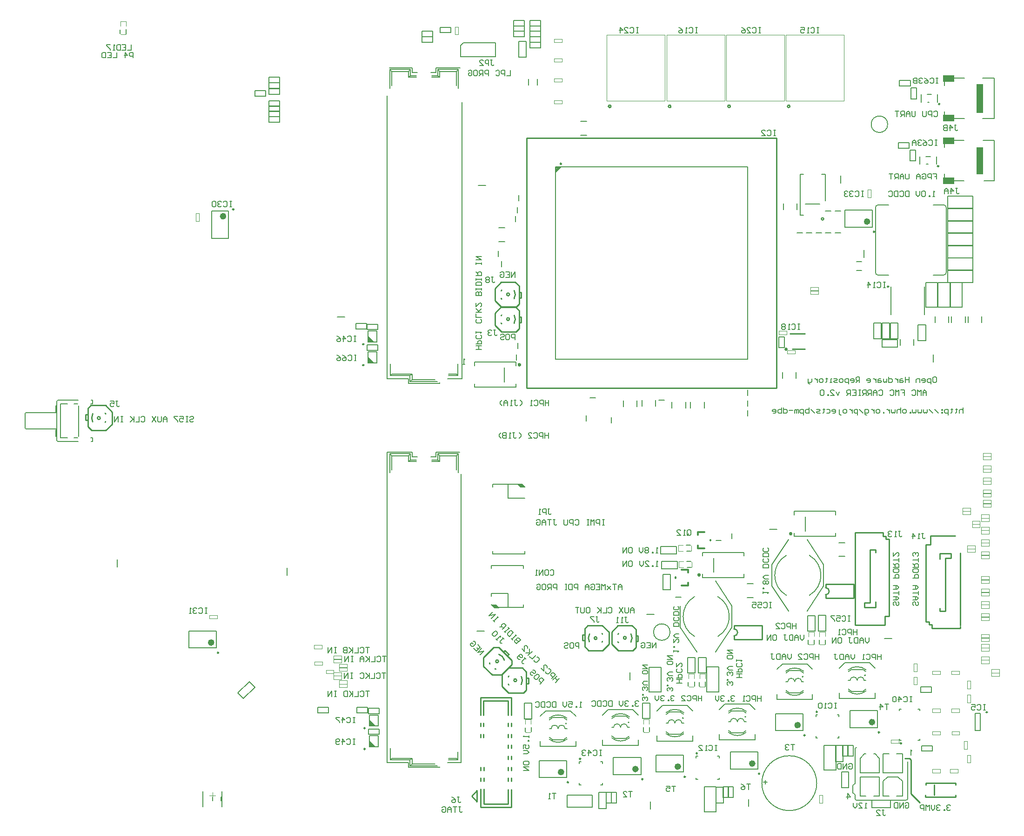
<source format=gbo>
%FSLAX44Y44*%
%MOMM*%
G71*
G01*
G75*
G04 Layer_Color=16777215*
%ADD10C,0.2032*%
%ADD11C,0.2540*%
%ADD12C,0.4572*%
%ADD13C,0.4000*%
%ADD14C,0.3048*%
%ADD15C,0.1300*%
%ADD16C,0.1600*%
%ADD17C,0.1016*%
%ADD18C,0.1750*%
%ADD19C,0.1524*%
%ADD20C,0.1750*%
%ADD21C,0.1500*%
%ADD22C,0.3810*%
%ADD23C,0.6350*%
%ADD24C,0.4064*%
%ADD25C,0.5080*%
%ADD26C,0.5000*%
%ADD27C,0.6604*%
%ADD28C,0.1727*%
%ADD29C,0.7620*%
%ADD30R,0.4500X0.4000*%
%ADD31R,1.8000X1.1500*%
%ADD32R,0.4000X0.4500*%
%ADD33R,1.0000X0.9000*%
%ADD34R,0.9000X1.0000*%
%ADD35R,3.1800X2.0300*%
%ADD36R,1.4000X0.7600*%
%ADD37R,0.6000X0.6000*%
%ADD38R,0.6000X0.6000*%
%ADD39R,3.2000X1.4000*%
%ADD40R,0.6200X0.6200*%
%ADD41R,0.9500X1.0000*%
%ADD42R,1.1500X1.8000*%
%ADD43R,1.8000X1.1500*%
%ADD44R,2.3500X2.5000*%
%ADD45R,2.7000X1.1500*%
%ADD46R,1.1500X1.8000*%
%ADD47R,1.1500X2.7000*%
%ADD48C,1.2000*%
%ADD49R,1.7000X2.4000*%
%ADD50R,0.6000X0.6200*%
%ADD51R,0.6200X0.6200*%
%ADD52R,1.3000X1.5450*%
%ADD53R,2.1500X1.7000*%
%ADD54R,1.1500X1.4500*%
%ADD55R,1.0000X0.9500*%
%ADD56P,0.8485X4X90.0*%
%ADD57R,2.0000X4.0000*%
G04:AMPARAMS|DCode=58|XSize=0.45mm|YSize=0.4mm|CornerRadius=0mm|HoleSize=0mm|Usage=FLASHONLY|Rotation=315.000|XOffset=0mm|YOffset=0mm|HoleType=Round|Shape=Rectangle|*
%AMROTATEDRECTD58*
4,1,4,-0.3005,0.0177,-0.0177,0.3005,0.3005,-0.0177,0.0177,-0.3005,-0.3005,0.0177,0.0*
%
%ADD58ROTATEDRECTD58*%

%ADD59R,0.9500X0.9500*%
%ADD60P,6.4944X8X202.5*%
%ADD61R,1.7780X2.0320*%
%ADD62R,1.7000X0.4800*%
%ADD63R,1.2000X0.4800*%
%ADD64R,3.1000X0.4800*%
%ADD65R,1.3250X0.4800*%
%ADD66R,1.5750X0.4800*%
%ADD67R,1.0500X1.4000*%
%ADD68R,0.8000X0.6000*%
%ADD69R,1.5000X3.5000*%
%ADD70R,0.6200X0.6000*%
%ADD71R,1.0000X0.8500*%
%ADD72R,0.8500X1.0000*%
%ADD73C,1.0000*%
%ADD74P,1.4142X4X360.0*%
G04:AMPARAMS|DCode=75|XSize=0.45mm|YSize=0.4mm|CornerRadius=0mm|HoleSize=0mm|Usage=FLASHONLY|Rotation=225.000|XOffset=0mm|YOffset=0mm|HoleType=Round|Shape=Rectangle|*
%AMROTATEDRECTD75*
4,1,4,0.0177,0.3005,0.3005,0.0177,-0.0177,-0.3005,-0.3005,-0.0177,0.0177,0.3005,0.0*
%
%ADD75ROTATEDRECTD75*%

G04:AMPARAMS|DCode=76|XSize=0.45mm|YSize=0.4mm|CornerRadius=0mm|HoleSize=0mm|Usage=FLASHONLY|Rotation=80.000|XOffset=0mm|YOffset=0mm|HoleType=Round|Shape=Rectangle|*
%AMROTATEDRECTD76*
4,1,4,0.1579,-0.2563,-0.2360,-0.1868,-0.1579,0.2563,0.2360,0.1868,0.1579,-0.2563,0.0*
%
%ADD76ROTATEDRECTD76*%

G04:AMPARAMS|DCode=77|XSize=0.45mm|YSize=0.4mm|CornerRadius=0mm|HoleSize=0mm|Usage=FLASHONLY|Rotation=290.000|XOffset=0mm|YOffset=0mm|HoleType=Round|Shape=Rectangle|*
%AMROTATEDRECTD77*
4,1,4,-0.2649,0.1430,0.1110,0.2798,0.2649,-0.1430,-0.1110,-0.2798,-0.2649,0.1430,0.0*
%
%ADD77ROTATEDRECTD77*%

%ADD78R,1.9000X1.3000*%
G04:AMPARAMS|DCode=79|XSize=1mm|YSize=0.95mm|CornerRadius=0mm|HoleSize=0mm|Usage=FLASHONLY|Rotation=135.000|XOffset=0mm|YOffset=0mm|HoleType=Round|Shape=Rectangle|*
%AMROTATEDRECTD79*
4,1,4,0.6894,-0.0177,0.0177,-0.6894,-0.6894,0.0177,-0.0177,0.6894,0.6894,-0.0177,0.0*
%
%ADD79ROTATEDRECTD79*%

%ADD80R,0.9500X1.0000*%
%ADD81R,2.0300X3.1800*%
%ADD82R,0.7600X1.4000*%
%ADD83P,0.8485X4X360.0*%
G04:AMPARAMS|DCode=84|XSize=0.95mm|YSize=1mm|CornerRadius=0mm|HoleSize=0mm|Usage=FLASHONLY|Rotation=315.000|XOffset=0mm|YOffset=0mm|HoleType=Round|Shape=Rectangle|*
%AMROTATEDRECTD84*
4,1,4,-0.6894,-0.0177,0.0177,0.6894,0.6894,0.0177,-0.0177,-0.6894,-0.6894,-0.0177,0.0*
%
%ADD84ROTATEDRECTD84*%

%ADD85R,0.6000X0.8000*%
G04:AMPARAMS|DCode=86|XSize=0.95mm|YSize=1mm|CornerRadius=0mm|HoleSize=0mm|Usage=FLASHONLY|Rotation=225.000|XOffset=0mm|YOffset=0mm|HoleType=Round|Shape=Rectangle|*
%AMROTATEDRECTD86*
4,1,4,-0.0177,0.6894,0.6894,-0.0177,0.0177,-0.6894,-0.6894,0.0177,-0.0177,0.6894,0.0*
%
%ADD86ROTATEDRECTD86*%

%ADD87R,3.3500X3.3500*%
%ADD88O,0.3000X1.0500*%
%ADD89O,1.0500X0.3000*%
%ADD90R,1.2700X0.9144*%
%ADD91R,0.9144X0.9144*%
%ADD92R,1.7780X0.4064*%
%ADD93R,0.3000X1.0000*%
%ADD94R,3.4000X1.6000*%
%ADD95R,1.6000X3.4000*%
%ADD96R,0.6500X0.5000*%
%ADD97R,0.8000X1.0000*%
%ADD98O,1.5000X0.2700*%
%ADD99R,1.5000X0.2700*%
%ADD100R,1.3000X1.0000*%
%ADD101R,1.3000X0.6000*%
%ADD102R,0.9144X1.2700*%
%ADD103R,0.9144X0.9144*%
%ADD104O,0.6096X2.0320*%
%ADD105R,0.3000X0.8500*%
%ADD106R,2.5000X1.7500*%
%ADD107R,2.3000X4.3000*%
%ADD108O,0.3000X0.8000*%
%ADD109O,0.8000X0.3000*%
%ADD110O,1.5500X0.4500*%
%ADD111R,0.4500X0.3000*%
%ADD112R,1.5000X0.4500*%
%ADD113R,0.7620X0.7620*%
%ADD114R,0.6000X1.0500*%
%ADD115O,1.0000X0.3000*%
%ADD116R,1.0000X0.3000*%
%ADD117R,0.7000X0.2500*%
%ADD118R,0.2500X0.7000*%
%ADD119R,4.2000X4.2000*%
G04:AMPARAMS|DCode=120|XSize=0.6mm|YSize=1.55mm|CornerRadius=0mm|HoleSize=0mm|Usage=FLASHONLY|Rotation=225.000|XOffset=0mm|YOffset=0mm|HoleType=Round|Shape=Rectangle|*
%AMROTATEDRECTD120*
4,1,4,-0.3359,0.7601,0.7601,-0.3359,0.3359,-0.7601,-0.7601,0.3359,-0.3359,0.7601,0.0*
%
%ADD120ROTATEDRECTD120*%

%ADD121R,4.8000X5.1600*%
%ADD122R,0.5500X1.0000*%
%ADD123R,6.5000X6.5000*%
%ADD124R,1.5000X0.3000*%
%ADD125R,0.3000X1.5000*%
%ADD126O,0.3000X1.5000*%
%ADD127R,0.6500X1.0500*%
%ADD128O,2.0320X0.6096*%
%ADD129R,1.0500X0.6000*%
%ADD130R,1.0160X0.2500*%
%ADD131R,0.2500X1.0160*%
%ADD132O,0.2500X1.0160*%
%ADD133R,2.0000X0.6000*%
%ADD134R,0.7620X0.7620*%
%ADD135O,0.9000X0.3000*%
%ADD136O,0.3000X0.9000*%
%ADD137R,3.5500X3.5500*%
%ADD138R,1.1000X0.6000*%
%ADD139R,0.4500X1.5000*%
%ADD140R,1.8000X2.0000*%
%ADD141O,1.5000X0.3000*%
%ADD142R,0.7000X0.8000*%
%ADD143R,0.4000X0.4000*%
%ADD144R,1.4500X1.1500*%
%ADD145R,4.8000X6.4000*%
%ADD146R,1.5000X1.5000*%
%ADD147R,1.5000X1.5000*%
%ADD148P,2.1213X4X180.0*%
%ADD149C,0.5000*%
%ADD150R,1.2500X1.3500*%
%ADD151R,1.1000X0.9000*%
%ADD152C,0.1270*%
%ADD153C,1.0000*%
%ADD154C,0.3556*%
%ADD155C,0.1778*%
%ADD156R,0.2500X1.1500*%
%ADD157C,2.0000*%
%ADD158C,5.0000*%
%ADD159C,1.5000*%
%ADD160C,1.8000*%
%ADD161C,6.0000*%
%ADD162C,3.2000*%
%ADD163O,11.0000X2.0000*%
%ADD164C,0.8000*%
%ADD165O,2.7000X1.7000*%
%ADD166O,1.5000X1.0000*%
%ADD167C,0.6000*%
%ADD168C,2.1000*%
%ADD169C,0.4000*%
%ADD170C,0.4500*%
%ADD171C,0.4572*%
%ADD172C,0.1300*%
%ADD173C,0.1650*%
%ADD174R,2.0000X0.4800*%
%ADD175R,0.9000X0.4800*%
%ADD176R,1.8500X3.4000*%
%ADD177R,1.4000X3.2000*%
%ADD178R,0.9500X0.9500*%
%ADD179R,2.5000X2.3500*%
%ADD180R,2.0000X1.5000*%
%ADD181R,2.7900X2.9200*%
%ADD182R,7.6200X3.1800*%
%ADD183R,1.2500X1.8500*%
%ADD184R,0.9500X0.5500*%
%ADD185P,1.4142X4X270.0*%
%ADD186R,2.5500X2.5500*%
G04:AMPARAMS|DCode=187|XSize=1.1mm|YSize=2.2mm|CornerRadius=0mm|HoleSize=0mm|Usage=FLASHONLY|Rotation=135.000|XOffset=0mm|YOffset=0mm|HoleType=Round|Shape=Rectangle|*
%AMROTATEDRECTD187*
4,1,4,1.1667,0.3889,-0.3889,-1.1667,-1.1667,-0.3889,0.3889,1.1667,1.1667,0.3889,0.0*
%
%ADD187ROTATEDRECTD187*%

G04:AMPARAMS|DCode=188|XSize=1mm|YSize=1.1mm|CornerRadius=0mm|HoleSize=0mm|Usage=FLASHONLY|Rotation=135.000|XOffset=0mm|YOffset=0mm|HoleType=Round|Shape=Rectangle|*
%AMROTATEDRECTD188*
4,1,4,0.7425,0.0354,-0.0354,-0.7425,-0.7425,-0.0354,0.0354,0.7425,0.7425,0.0354,0.0*
%
%ADD188ROTATEDRECTD188*%

%ADD189R,2.2000X1.1000*%
%ADD190R,1.1000X1.0000*%
%ADD191R,3.1500X1.0200*%
%ADD192C,0.3048*%
%ADD193R,1.5000X2.3000*%
%ADD194R,0.7000X0.3500*%
%ADD195C,0.6400*%
%ADD196R,0.6000X1.5500*%
%ADD197O,0.3000X0.9000*%
%ADD198R,5.4800X3.2400*%
%ADD199R,1.5500X0.6000*%
%ADD200R,3.5000X0.9000*%
%ADD201R,2.4000X0.9000*%
%ADD202R,1.0000X1.3000*%
%ADD203R,0.6000X1.3000*%
%ADD204C,0.2500*%
%ADD205C,0.2000*%
%ADD206C,0.1000*%
%ADD207C,0.6000*%
%ADD208C,0.0508*%
%ADD209C,0.1519*%
%ADD210R,0.2500X1.0250*%
%ADD211R,1.2192X1.1938*%
%ADD212R,1.2000X1.2000*%
%ADD213R,0.9000X1.0250*%
%ADD214R,0.4500X1.1250*%
%ADD215R,0.4500X1.0500*%
%ADD216R,0.5770X0.5270*%
%ADD217R,1.9270X1.2770*%
%ADD218R,0.5270X0.5770*%
%ADD219R,1.1270X1.0270*%
%ADD220R,1.0270X1.1270*%
%ADD221R,3.3070X2.1570*%
%ADD222R,1.5270X0.8870*%
%ADD223R,0.7270X0.7270*%
%ADD224R,0.7270X0.7270*%
%ADD225R,3.3270X1.5270*%
%ADD226R,0.7470X0.7470*%
%ADD227R,1.0770X1.1270*%
%ADD228R,1.2770X1.9270*%
%ADD229R,1.9270X1.2770*%
%ADD230R,2.4770X2.6270*%
%ADD231R,2.8270X1.2770*%
%ADD232R,1.2770X1.9270*%
%ADD233R,1.2770X2.8270*%
%ADD234C,1.3270*%
%ADD235R,1.8270X2.5270*%
%ADD236R,0.7270X0.7470*%
%ADD237R,0.7470X0.7470*%
%ADD238R,1.4270X1.6720*%
%ADD239R,2.2770X1.8270*%
%ADD240R,1.2770X1.5770*%
%ADD241R,1.1270X1.0770*%
%ADD242P,1.0281X4X90.0*%
%ADD243R,2.1270X4.1270*%
G04:AMPARAMS|DCode=244|XSize=0.577mm|YSize=0.527mm|CornerRadius=0mm|HoleSize=0mm|Usage=FLASHONLY|Rotation=315.000|XOffset=0mm|YOffset=0mm|HoleType=Round|Shape=Rectangle|*
%AMROTATEDRECTD244*
4,1,4,-0.3903,0.0177,-0.0177,0.3903,0.3903,-0.0177,0.0177,-0.3903,-0.3903,0.0177,0.0*
%
%ADD244ROTATEDRECTD244*%

%ADD245R,1.0770X1.0770*%
%ADD246P,6.6319X8X202.5*%
%ADD247R,1.9050X2.1590*%
%ADD248R,1.8270X0.6070*%
%ADD249R,1.3270X0.6070*%
%ADD250R,3.2270X0.6070*%
%ADD251R,1.4520X0.6070*%
%ADD252R,1.7020X0.6070*%
%ADD253R,1.1770X1.5270*%
%ADD254R,0.9270X0.7270*%
%ADD255R,1.6270X3.6270*%
%ADD256R,0.7470X0.7270*%
%ADD257R,1.1270X0.9770*%
%ADD258R,0.9770X1.1270*%
%ADD259C,2.0000*%
G04:AMPARAMS|DCode=260|XSize=0.577mm|YSize=0.527mm|CornerRadius=0mm|HoleSize=0mm|Usage=FLASHONLY|Rotation=225.000|XOffset=0mm|YOffset=0mm|HoleType=Round|Shape=Rectangle|*
%AMROTATEDRECTD260*
4,1,4,0.0177,0.3903,0.3903,0.0177,-0.0177,-0.3903,-0.3903,-0.0177,0.0177,0.3903,0.0*
%
%ADD260ROTATEDRECTD260*%

G04:AMPARAMS|DCode=261|XSize=0.577mm|YSize=0.527mm|CornerRadius=0mm|HoleSize=0mm|Usage=FLASHONLY|Rotation=80.000|XOffset=0mm|YOffset=0mm|HoleType=Round|Shape=Rectangle|*
%AMROTATEDRECTD261*
4,1,4,0.2094,-0.3299,-0.3096,-0.2384,-0.2094,0.3299,0.3096,0.2384,0.2094,-0.3299,0.0*
%
%ADD261ROTATEDRECTD261*%

G04:AMPARAMS|DCode=262|XSize=0.577mm|YSize=0.527mm|CornerRadius=0mm|HoleSize=0mm|Usage=FLASHONLY|Rotation=290.000|XOffset=0mm|YOffset=0mm|HoleType=Round|Shape=Rectangle|*
%AMROTATEDRECTD262*
4,1,4,-0.3463,0.1810,0.1489,0.3612,0.3463,-0.1810,-0.1489,-0.3612,-0.3463,0.1810,0.0*
%
%ADD262ROTATEDRECTD262*%

%ADD263R,2.0270X1.4270*%
G04:AMPARAMS|DCode=264|XSize=1.127mm|YSize=1.077mm|CornerRadius=0mm|HoleSize=0mm|Usage=FLASHONLY|Rotation=135.000|XOffset=0mm|YOffset=0mm|HoleType=Round|Shape=Rectangle|*
%AMROTATEDRECTD264*
4,1,4,0.7792,-0.0177,0.0177,-0.7792,-0.7792,0.0177,-0.0177,0.7792,0.7792,-0.0177,0.0*
%
%ADD264ROTATEDRECTD264*%

%ADD265R,1.0770X1.1270*%
%ADD266R,2.1570X3.3070*%
%ADD267R,0.8870X1.5270*%
%ADD268P,1.0281X4X360.0*%
G04:AMPARAMS|DCode=269|XSize=1.077mm|YSize=1.127mm|CornerRadius=0mm|HoleSize=0mm|Usage=FLASHONLY|Rotation=315.000|XOffset=0mm|YOffset=0mm|HoleType=Round|Shape=Rectangle|*
%AMROTATEDRECTD269*
4,1,4,-0.7792,-0.0177,0.0177,0.7792,0.7792,0.0177,-0.0177,-0.7792,-0.7792,-0.0177,0.0*
%
%ADD269ROTATEDRECTD269*%

%ADD270R,0.7270X0.9270*%
G04:AMPARAMS|DCode=271|XSize=1.077mm|YSize=1.127mm|CornerRadius=0mm|HoleSize=0mm|Usage=FLASHONLY|Rotation=225.000|XOffset=0mm|YOffset=0mm|HoleType=Round|Shape=Rectangle|*
%AMROTATEDRECTD271*
4,1,4,-0.0177,0.7792,0.7792,-0.0177,0.0177,-0.7792,-0.7792,0.0177,-0.0177,0.7792,0.0*
%
%ADD271ROTATEDRECTD271*%

%ADD272R,3.4770X3.4770*%
%ADD273O,0.4270X1.1770*%
%ADD274O,1.1770X0.4270*%
%ADD275R,1.3970X1.0414*%
%ADD276R,1.0414X1.0414*%
%ADD277R,1.9050X0.5334*%
%ADD278R,0.4270X1.1270*%
%ADD279R,3.5270X1.7270*%
%ADD280R,1.7270X3.5270*%
%ADD281R,0.7770X0.6270*%
%ADD282R,0.9270X1.1270*%
%ADD283O,1.6270X0.3970*%
%ADD284R,1.6270X0.3970*%
%ADD285R,1.4270X1.1270*%
%ADD286R,1.4270X0.7270*%
%ADD287R,1.0414X1.3970*%
%ADD288R,1.0414X1.0414*%
%ADD289O,0.7366X2.1590*%
%ADD290R,0.4270X0.9770*%
%ADD291R,2.6270X1.8770*%
%ADD292R,2.4270X4.4270*%
%ADD293O,0.4270X0.9270*%
%ADD294O,0.9270X0.4270*%
%ADD295O,1.6770X0.5770*%
%ADD296R,0.5770X0.4270*%
%ADD297R,1.6270X0.5770*%
%ADD298R,0.8890X0.8890*%
%ADD299R,0.7270X1.1770*%
%ADD300O,1.1270X0.4270*%
%ADD301R,1.1270X0.4270*%
%ADD302R,0.8270X0.3770*%
%ADD303R,0.3770X0.8270*%
%ADD304R,4.3270X4.3270*%
G04:AMPARAMS|DCode=305|XSize=0.727mm|YSize=1.677mm|CornerRadius=0mm|HoleSize=0mm|Usage=FLASHONLY|Rotation=225.000|XOffset=0mm|YOffset=0mm|HoleType=Round|Shape=Rectangle|*
%AMROTATEDRECTD305*
4,1,4,-0.3359,0.8499,0.8499,-0.3359,0.3359,-0.8499,-0.8499,0.3359,-0.3359,0.8499,0.0*
%
%ADD305ROTATEDRECTD305*%

%ADD306R,4.9270X5.2870*%
%ADD307R,0.6770X1.1270*%
%ADD308R,6.6270X6.6270*%
%ADD309R,1.6270X0.4270*%
%ADD310R,0.4270X1.6270*%
%ADD311O,0.4270X1.6270*%
%ADD312R,0.7770X1.1770*%
%ADD313O,2.1590X0.7366*%
%ADD314R,1.1770X0.7270*%
%ADD315R,1.1430X0.3770*%
%ADD316R,0.3770X1.1430*%
%ADD317O,0.3770X1.1430*%
%ADD318R,2.1270X0.7270*%
%ADD319R,0.8890X0.8890*%
%ADD320O,1.0270X0.4270*%
%ADD321O,0.4270X1.0270*%
%ADD322R,3.6770X3.6770*%
%ADD323R,1.2270X0.7270*%
%ADD324R,0.5770X1.6270*%
%ADD325R,1.9270X2.1270*%
%ADD326O,1.6270X0.4270*%
%ADD327R,0.8270X0.9270*%
%ADD328R,0.5270X0.5270*%
%ADD329R,1.5770X1.2770*%
%ADD330R,4.9270X6.5270*%
%ADD331R,1.6270X1.6270*%
%ADD332R,1.6270X1.6270*%
%ADD333P,2.3009X4X180.0*%
%ADD334C,0.6270*%
%ADD335R,1.3770X1.4770*%
%ADD336R,1.2270X1.0270*%
%ADD337C,2.1270*%
%ADD338C,5.1270*%
%ADD339C,1.6270*%
%ADD340C,0.8500*%
%ADD341C,0.6500*%
%ADD342C,1.9270*%
%ADD343C,6.1270*%
%ADD344C,3.3270*%
%ADD345O,11.1270X2.1270*%
%ADD346C,1.6000*%
%ADD347C,0.9270*%
%ADD348O,2.8270X1.8270*%
%ADD349O,1.6270X1.1270*%
%ADD350C,0.7270*%
%ADD351C,2.2270*%
%ADD352R,2.1270X0.6070*%
%ADD353R,1.0270X0.6070*%
%ADD354R,1.9770X3.5270*%
%ADD355R,1.5270X3.3270*%
%ADD356R,1.0770X1.0770*%
%ADD357R,2.6270X2.4770*%
%ADD358R,2.1270X1.6270*%
%ADD359R,2.9170X3.0470*%
%ADD360R,7.7470X3.3070*%
%ADD361R,1.3770X1.9770*%
%ADD362R,1.0770X0.6770*%
%ADD363O,0.4400X1.0400*%
%ADD364O,1.0400X0.4400*%
%ADD365R,2.6900X2.6900*%
G04:AMPARAMS|DCode=366|XSize=1.227mm|YSize=2.327mm|CornerRadius=0mm|HoleSize=0mm|Usage=FLASHONLY|Rotation=135.000|XOffset=0mm|YOffset=0mm|HoleType=Round|Shape=Rectangle|*
%AMROTATEDRECTD366*
4,1,4,1.2565,0.3889,-0.3889,-1.2565,-1.2565,-0.3889,0.3889,1.2565,1.2565,0.3889,0.0*
%
%ADD366ROTATEDRECTD366*%

G04:AMPARAMS|DCode=367|XSize=1.127mm|YSize=1.227mm|CornerRadius=0mm|HoleSize=0mm|Usage=FLASHONLY|Rotation=135.000|XOffset=0mm|YOffset=0mm|HoleType=Round|Shape=Rectangle|*
%AMROTATEDRECTD367*
4,1,4,0.8323,0.0354,-0.0354,-0.8323,-0.8323,-0.0354,0.0354,0.8323,0.8323,0.0354,0.0*
%
%ADD367ROTATEDRECTD367*%

%ADD368R,2.3270X1.2270*%
%ADD369R,1.2270X1.1270*%
%ADD370R,3.2770X1.1470*%
%ADD371C,0.4318*%
%ADD372C,1.1270*%
%ADD373R,1.6270X2.4270*%
%ADD374R,0.8270X0.4770*%
%ADD375C,0.7670*%
%ADD376R,0.7270X1.6770*%
%ADD377O,0.4270X1.0270*%
%ADD378R,5.6070X3.3670*%
%ADD379R,1.6770X0.7270*%
%ADD380R,3.6270X1.0270*%
%ADD381R,2.5270X1.0270*%
%ADD382R,1.1270X1.4270*%
%ADD383R,0.7270X1.4270*%
%ADD384R,1.5000X1.3500*%
%ADD385R,2.0000X1.2500*%
%ADD386R,1.2000X4.9750*%
%ADD387R,1.2000X5.3500*%
D10*
X1391608Y320526D02*
Y348974D01*
X1377892Y348974D02*
X1391608Y348974D01*
X1377892Y320526D02*
X1391608Y320526D01*
X1377892Y320526D02*
Y348974D01*
X1108358Y395526D02*
X1108358Y423974D01*
X1094642D02*
X1108358D01*
X1094642Y395526D02*
X1108358D01*
X1094642D02*
X1094642Y423974D01*
X978096Y-2728D02*
Y26228D01*
Y-2728D02*
X991304D01*
X978096Y26228D02*
X991304D01*
Y-2728D02*
Y26228D01*
X920648Y-422D02*
X965860D01*
X920648Y21422D02*
X965860D01*
Y-422D02*
Y21422D01*
X920648Y-422D02*
Y21422D01*
X1433104Y35022D02*
Y63978D01*
X1419896D02*
X1433104D01*
X1419896Y35022D02*
X1433104D01*
X1419896D02*
Y63978D01*
X1354250Y1098250D02*
X1380250D01*
X806500Y774500D02*
Y800500D01*
X1354294Y502745D02*
X1354295Y528745D01*
X1187528Y453661D02*
X1187528Y427661D01*
X1409672Y112106D02*
X1409672Y66894D01*
X1387828D02*
X1387828Y112106D01*
X1409672D01*
X1387828Y66894D02*
X1409672D01*
X1409396Y82772D02*
Y111728D01*
Y82772D02*
X1422604D01*
X1409396Y111728D02*
X1422604Y111728D01*
Y82772D02*
Y111728D01*
X1069828Y254352D02*
X1069828Y209140D01*
X1091672D02*
X1091672Y254352D01*
X1069828Y209140D02*
X1091672D01*
X1069828Y254352D02*
X1091672D01*
X1191672Y-8606D02*
X1191672Y36606D01*
X1169828D02*
X1169828Y-8606D01*
X1169828Y36606D02*
X1191672D01*
X1169828Y-8606D02*
X1191672D01*
X1191396Y7272D02*
Y36228D01*
Y7272D02*
X1204604D01*
X1191396Y36228D02*
X1204604D01*
Y7272D02*
Y36228D01*
X1174578Y209640D02*
X1174578Y254852D01*
X1196422D02*
X1196422Y209640D01*
X1174578D02*
X1196422D01*
X1174578Y254852D02*
X1196422D01*
X1071358Y160776D02*
Y189224D01*
X1057642D02*
X1071358D01*
X1057642Y160776D02*
X1071358D01*
X1057642D02*
Y189224D01*
X1091026Y461142D02*
X1119474D01*
X1119474Y474858D01*
X1091026Y461142D02*
Y474858D01*
X1119474Y474858D01*
X1371608Y320276D02*
Y348724D01*
X1357892D02*
X1371608D01*
X1357892Y320276D02*
X1371608D01*
X1357892D02*
Y348724D01*
X842642Y160526D02*
Y188974D01*
Y160526D02*
X856358D01*
X842642Y188974D02*
X856358D01*
Y160526D02*
Y188974D01*
X1092526Y433642D02*
X1120974D01*
X1120974Y447358D01*
X1092526Y433642D02*
X1092526Y447358D01*
X1120974Y447358D01*
X1153358Y243776D02*
Y272224D01*
X1139642D02*
X1153358D01*
X1139642Y243776D02*
X1153358D01*
X1139642D02*
Y272224D01*
X1173358Y243776D02*
Y272224D01*
X1159642Y272224D02*
X1173358Y272224D01*
X1159642Y243776D02*
X1173358D01*
X1159642D02*
Y272224D01*
X1613394Y1112422D02*
X1658606D01*
X1613394Y1090578D02*
X1658606Y1090578D01*
X1613394Y1112422D02*
X1613394Y1090578D01*
X1658606Y1112422D02*
X1658606Y1090578D01*
X1613394Y1089922D02*
X1658606Y1089922D01*
X1613394Y1068078D02*
X1658606D01*
X1613394D02*
X1613394Y1089922D01*
X1658606Y1068078D02*
X1658606Y1089922D01*
X1613394Y1067422D02*
X1658606D01*
X1613394Y1045578D02*
X1658606D01*
X1613394Y1067422D02*
X1613394Y1045578D01*
X1658606Y1067422D02*
X1658606Y1045578D01*
X1613394Y1044922D02*
X1658606D01*
X1613394Y1023078D02*
X1658606Y1023078D01*
X1613394Y1023078D02*
Y1044922D01*
X1658606D02*
X1658606Y1023078D01*
X1572828Y910144D02*
Y955356D01*
X1594672Y910144D02*
Y955356D01*
X1572828Y910144D02*
X1594672Y910144D01*
X1572828Y955356D02*
X1594672D01*
X1595328Y955356D02*
X1595328Y910144D01*
X1617172Y910144D02*
Y955356D01*
X1595328Y910144D02*
X1617172Y910144D01*
X1595328Y955356D02*
X1617172Y955356D01*
X1617828Y910144D02*
Y955356D01*
X1639672Y910144D02*
X1639672Y955356D01*
X1617828Y910144D02*
X1639672Y910144D01*
X1617828Y955356D02*
X1639672Y955356D01*
X1613394Y955578D02*
X1658606D01*
X1613394Y977422D02*
X1658606D01*
Y955578D02*
Y977422D01*
X1613394Y955578D02*
Y977422D01*
Y1000578D02*
X1658606D01*
X1613394Y1022422D02*
X1658606D01*
Y1000578D02*
Y1022422D01*
X1613394Y1000578D02*
Y1022422D01*
X1613394Y999922D02*
X1658606Y999922D01*
X1613394Y978078D02*
X1658606Y978078D01*
X1613394Y978078D02*
Y999922D01*
X1658606Y999922D02*
X1658606Y978078D01*
X1559142Y849526D02*
Y877974D01*
Y849526D02*
X1572858D01*
X1559142Y877974D02*
X1572858D01*
Y849526D02*
Y877974D01*
X1493526Y851108D02*
X1521974D01*
X1493526Y837392D02*
Y851108D01*
X1521974Y837392D02*
Y851108D01*
X1493526Y837392D02*
X1521974D01*
X1478642Y853026D02*
Y881474D01*
Y853026D02*
X1492358D01*
X1478642Y881474D02*
X1492358D01*
Y853026D02*
Y881474D01*
X1493642Y853026D02*
Y881474D01*
Y853026D02*
X1507358D01*
X1493642Y881474D02*
X1507358D01*
Y853026D02*
Y881474D01*
X1508642Y853026D02*
Y881474D01*
Y853026D02*
X1522358D01*
X1508642Y881474D02*
X1522358D01*
Y853026D02*
Y881474D01*
X331269Y197461D02*
X352103Y218295D01*
X342045Y228353D02*
X352103Y218295D01*
X321211Y207519D02*
X331269Y197461D01*
X321211Y207519D02*
X342045Y228353D01*
X832646Y1366022D02*
Y1394978D01*
Y1366022D02*
X845854D01*
X832646Y1394978D02*
X845854D01*
Y1366022D02*
Y1394978D01*
X1137436Y476838D02*
X1145056D01*
X1137690Y465662D02*
X1145056D01*
X855088Y137194D02*
Y144814D01*
X843912Y137194D02*
Y144560D01*
X1370338Y296724D02*
Y304344D01*
X1359162Y296724D02*
Y304090D01*
X1390338Y296724D02*
Y304344D01*
X1379162Y296724D02*
Y304090D01*
X1138436Y447338D02*
X1146056Y447338D01*
X1138690Y436162D02*
X1146056D01*
X1070088Y137474D02*
Y145094D01*
X1058912Y137474D02*
X1058912Y144840D01*
X1152088Y220224D02*
Y227844D01*
X1140912Y220224D02*
Y227590D01*
X1172088Y220194D02*
Y227814D01*
X1160912Y220194D02*
Y227560D01*
X118088Y1408974D02*
Y1416594D01*
X106912Y1408974D02*
Y1416340D01*
D11*
X1390995Y386585D02*
G03*
X1390995Y399285I0J6350D01*
G01*
X1224228Y311501D02*
G03*
X1224228Y324201I0J6350D01*
G01*
X1321456Y1276007D02*
G03*
X1321406Y1276626I2218J493D01*
G01*
X1318250Y835750D02*
G03*
X1319553Y835726I617J-1852D01*
G01*
X1104797Y1275887D02*
G03*
X1104746Y1276506I2218J493D01*
G01*
X995706Y1275878D02*
G03*
X995656Y1276497I2218J493D01*
G01*
X1212958Y1276011D02*
G03*
X1212908Y1276630I2218J493D01*
G01*
X1535250Y88500D02*
X1543250D01*
X1546000Y85750D01*
Y54250D02*
Y85750D01*
Y24000D02*
Y54250D01*
Y24000D02*
X1562250Y7750D01*
X1588558Y21098D02*
Y25670D01*
Y22368D02*
Y25670D01*
Y40402D01*
X1572810Y17750D02*
Y21098D01*
Y17750D02*
X1627166D01*
Y21352D01*
X1573318Y40402D02*
Y43750D01*
X1624626D01*
X1627166Y40402D02*
Y43750D01*
X1613958D02*
X1627166D01*
X805024Y282888D02*
X807145Y285009D01*
X814216Y277938D01*
X811388Y275110D02*
X814216Y277938D01*
X819520Y266978D02*
X819520Y259200D01*
X796185Y290312D02*
X819520Y266978D01*
X786285Y290312D02*
X796185Y290312D01*
X768254Y272281D02*
X786285Y290312D01*
X768254Y256018D02*
X768254Y272281D01*
X768254Y256018D02*
X783811Y240461D01*
X800781D01*
X819520Y259200D01*
X847000Y234750D02*
X850000Y234750D01*
X850000Y224750D01*
X846000D02*
X850000D01*
X840500Y207750D02*
X846000Y213250D01*
Y246250D01*
X839000Y253250D02*
X846000Y246250D01*
X813500Y253250D02*
X839000D01*
X802000Y241750D02*
X813500Y253250D01*
X802000Y219750D02*
X802000Y241750D01*
X802000Y219750D02*
X814000Y207750D01*
X840500D01*
X834000Y937750D02*
X837000D01*
Y927750D02*
Y937750D01*
X833000Y927750D02*
X837000D01*
X827500Y910750D02*
X833000Y916250D01*
Y949250D01*
X826000Y956250D02*
X833000Y949250D01*
X800500Y956250D02*
X826000D01*
X789000Y944750D02*
X800500Y956250D01*
X789000Y922750D02*
Y944750D01*
Y922750D02*
X801000Y910750D01*
X827500Y910750D01*
X834000Y892750D02*
X837000D01*
X837000Y882750D02*
X837000Y892750D01*
X833000Y882750D02*
X837000Y882750D01*
X827500Y865750D02*
X833000Y871250D01*
Y904250D01*
X826000Y911250D02*
X833000Y904250D01*
X800500Y911250D02*
X826000D01*
X789000Y899750D02*
X800500Y911250D01*
X789000Y877750D02*
Y899750D01*
Y877750D02*
X801000Y865750D01*
X827500D01*
X1390995Y399285D02*
X1390995Y405635D01*
X1390995Y386585D02*
X1390995Y380235D01*
X1441795Y380235D01*
X1441794Y405635D02*
X1441795Y380235D01*
X1390995Y405635D02*
X1441794Y405635D01*
X1224228Y330551D02*
X1224228Y324201D01*
X1224228Y305151D02*
X1224228Y311501D01*
X1224228Y305151D02*
X1275028Y305151D01*
X1275028Y330551D02*
X1275028Y305151D01*
X1224228Y330551D02*
X1275028Y330551D01*
X1326000Y862000D02*
X1353500D01*
X1332716Y834534D02*
X1332750Y834500D01*
X1353500D01*
X1329844Y834534D02*
X1332716D01*
X746584Y19976D02*
X756584Y29976D01*
X746584Y19976D02*
X756584Y9976D01*
Y29976D01*
X819250Y-306D02*
Y31694D01*
X763250Y-306D02*
X819250D01*
X763250Y32694D02*
X763250Y-306D01*
X819250Y46694D02*
Y51694D01*
X819250Y52694D01*
X819250Y72694D02*
X819250Y66694D01*
X819250Y86694D02*
X819250Y92694D01*
X819250Y112694D02*
X819250Y106694D01*
X819250Y126694D02*
X819250Y132694D01*
X819250Y146694D02*
Y152694D01*
Y199694D02*
X819250Y166694D01*
X763250Y199694D02*
X819250D01*
X763250Y166694D02*
X763250Y199694D01*
X769250Y5694D02*
Y32694D01*
Y5694D02*
X813250D01*
Y31694D01*
X813250Y46694D02*
X813250Y52694D01*
X813250Y72694D02*
X813250Y66694D01*
Y86694D02*
Y92694D01*
X813250Y106694D02*
Y112694D01*
Y126694D02*
X813250Y132694D01*
X813250Y146694D02*
Y152694D01*
Y166694D02*
X813250Y193694D01*
X768250D02*
X813250D01*
X768250Y166694D02*
Y193694D01*
X763250Y146694D02*
Y152694D01*
X768250Y146694D02*
Y152694D01*
Y126694D02*
Y132694D01*
X763250D02*
X763250Y126694D01*
X769250Y52694D02*
X769250Y46694D01*
X763250Y52694D02*
X763250Y46694D01*
X769250Y66694D02*
X769250Y72694D01*
X763250Y66694D02*
X763250Y72694D01*
X1471500Y371750D02*
Y467750D01*
X1462500Y371750D02*
X1471500D01*
X1461500Y363750D02*
X1461500Y371750D01*
X1461500Y363750D02*
X1481500D01*
Y373750D01*
Y463750D02*
Y468750D01*
X1471500D02*
X1481500D01*
X1608750Y357650D02*
Y453650D01*
X1617750D01*
X1618750Y461650D02*
X1618750Y453650D01*
X1598750Y461650D02*
X1618750Y461650D01*
X1598750Y451650D02*
X1598750Y461650D01*
Y356650D02*
Y361650D01*
Y356650D02*
X1608750D01*
X44250Y704500D02*
X47250D01*
X44250D02*
Y714500D01*
X48250D01*
Y726000D02*
X53750Y731500D01*
X48250Y693000D02*
Y726000D01*
Y693000D02*
X55250Y686000D01*
X80750D01*
X92250Y697500D01*
Y719500D01*
X80250Y731500D02*
X92250Y719500D01*
X53750Y731500D02*
X80250D01*
X948250Y303500D02*
X951250D01*
X948250D02*
Y313500D01*
X952250D01*
Y325000D02*
X957750Y330500D01*
X952250Y292000D02*
Y325000D01*
Y292000D02*
X959250Y285000D01*
X984750D01*
X996250Y296500D01*
Y318500D01*
X984250Y330500D02*
X996250Y318500D01*
X957750Y330500D02*
X984250D01*
X1046500Y312000D02*
X1049500D01*
Y302000D02*
Y312000D01*
X1045500Y302000D02*
X1049500D01*
X1040000Y285000D02*
X1045500Y290500D01*
Y323500D01*
X1038500Y330500D02*
X1045500Y323500D01*
X1013000Y330500D02*
X1038500D01*
X1001500Y319000D02*
X1013000Y330500D01*
X1001500Y297000D02*
Y319000D01*
Y297000D02*
X1013500Y285000D01*
X1040000D01*
D14*
X1158410Y495300D02*
Y500380D01*
X1181270Y485140D02*
Y486410D01*
X1158410Y471170D02*
Y476250D01*
Y500380D02*
X1169840D01*
X1158410Y471170D02*
X1169840D01*
X1140590Y408250D02*
X1140590Y403170D01*
X1117730Y417140D02*
Y418410D01*
X1140590Y432380D02*
X1140590Y427300D01*
X1129160Y403170D02*
X1140590Y403170D01*
X1129160Y432380D02*
X1140590D01*
D21*
X1431250Y92594D02*
X1441250D01*
X1431250D02*
Y112152D01*
X1441250D01*
Y92594D02*
Y112152D01*
X1422000Y112406D02*
X1432000D01*
Y92848D02*
Y112406D01*
X1422000Y92848D02*
X1432000D01*
X1422000D02*
Y112406D01*
X871906Y1383000D02*
Y1393000D01*
X852348Y1383000D02*
X871906Y1383000D01*
X852348Y1393000D02*
X852348Y1383000D01*
X852348Y1393000D02*
X871906Y1393000D01*
X1305500Y856656D02*
X1315500D01*
X1315500Y837098D02*
X1315500Y856656D01*
X1305500Y837098D02*
X1315500D01*
X1305500D02*
X1305500Y856656D01*
X871906Y1393000D02*
Y1403000D01*
X852348Y1393000D02*
X871906Y1393000D01*
X852348Y1403000D02*
X852348Y1393000D01*
X852348Y1403000D02*
X871906D01*
X823094Y1423000D02*
Y1433000D01*
X842652D01*
Y1423000D02*
Y1433000D01*
X823094Y1423000D02*
X842652D01*
X823094Y1423000D02*
X823094Y1413000D01*
X823094Y1423000D02*
X842652D01*
Y1413000D02*
Y1423000D01*
X823094Y1413000D02*
X842652Y1413000D01*
X823094Y1403000D02*
Y1413000D01*
X842652Y1413000D01*
Y1403000D02*
Y1413000D01*
X823094Y1403000D02*
X842652D01*
X371906Y1295250D02*
Y1305250D01*
X352348Y1295250D02*
X371906D01*
X352348D02*
Y1305250D01*
X371906D01*
X396906Y1319500D02*
Y1329500D01*
X377348Y1319500D02*
X396906D01*
X377348D02*
Y1329500D01*
X396906D01*
X396906Y1309250D02*
Y1319250D01*
X377348Y1309250D02*
X396906D01*
X377348D02*
Y1319250D01*
X396906D01*
X396906Y1298500D02*
Y1308500D01*
X377348Y1298500D02*
X396906D01*
X377348D02*
Y1308500D01*
X396906D01*
X991250Y26906D02*
X1001250D01*
Y7348D02*
Y26906D01*
X991250Y7348D02*
X1001250D01*
X991250D02*
Y26906D01*
X1000500Y7094D02*
X1010500D01*
X1000500D02*
Y26652D01*
X1010500D01*
Y7094D02*
Y26652D01*
X1204000Y36906D02*
X1214000D01*
Y17348D02*
Y36906D01*
X1204000Y17348D02*
X1214000D01*
X1204000D02*
Y36906D01*
X1213000Y17094D02*
X1223000D01*
X1213000D02*
Y36652D01*
X1223000D01*
Y17094D02*
Y36652D01*
X396906Y1247250D02*
Y1257250D01*
X377348Y1247250D02*
X396906D01*
X377348D02*
Y1257250D01*
X396906D01*
X396906Y1257750D02*
Y1267750D01*
X377348Y1257750D02*
X396906D01*
X377348D02*
Y1267750D01*
X396906D01*
X396906Y1267250D02*
Y1277250D01*
X377348Y1267250D02*
X396906D01*
X377348D02*
Y1277250D01*
X396906D01*
Y1276250D02*
Y1286250D01*
X377348Y1276250D02*
X396906D01*
X377348D02*
Y1286250D01*
X396906D01*
X466844Y171250D02*
Y181250D01*
X486402D01*
Y171250D02*
Y181250D01*
X466844Y171250D02*
X486402D01*
X556594Y869500D02*
Y879500D01*
X576152D01*
Y869500D02*
Y879500D01*
X556594Y869500D02*
X576152D01*
X558844Y180000D02*
X558844Y170000D01*
X558844Y180000D02*
X578402D01*
Y170000D02*
Y180000D01*
X558844Y170000D02*
X578402Y170000D01*
X555406Y871000D02*
Y881000D01*
X535848Y871000D02*
X555406D01*
X535848D02*
Y881000D01*
X555406D01*
X557656Y171500D02*
Y181500D01*
X538098Y171500D02*
X557656D01*
X538098D02*
Y181500D01*
X557656D01*
X556594Y831500D02*
Y841500D01*
X576152D01*
Y831500D02*
Y841500D01*
X556594Y831500D02*
X576152D01*
X558844Y132000D02*
Y142000D01*
X578402Y142000D01*
Y132000D02*
Y142000D01*
X558844Y132000D02*
X578402Y132000D01*
X871906Y1403000D02*
Y1413000D01*
X852348Y1403000D02*
X871906Y1403000D01*
X852348Y1403000D02*
Y1413000D01*
X871906Y1413000D01*
Y1423000D01*
X852348Y1413000D02*
X871906D01*
X852348D02*
Y1423000D01*
X871906D01*
Y1423000D02*
Y1433000D01*
X852348Y1423000D02*
X871906D01*
X852348D02*
Y1433000D01*
X871906D01*
X675906Y1393250D02*
Y1403250D01*
X656348Y1393250D02*
X675906Y1393250D01*
X656348Y1393250D02*
Y1403250D01*
X675906Y1403250D01*
X675906D02*
Y1413250D01*
X656348Y1403250D02*
X675906D01*
X656348D02*
Y1413250D01*
X675906D01*
X708656Y1410500D02*
Y1420500D01*
X689098Y1410500D02*
X708656D01*
X689098D02*
Y1420500D01*
X708656D01*
X1523344Y1200250D02*
Y1210250D01*
X1542902Y1210250D01*
Y1200250D02*
Y1210250D01*
X1523344Y1200250D02*
X1542902Y1200250D01*
X1544250Y1176844D02*
X1554250D01*
X1544250Y1196402D02*
X1544250Y1176844D01*
X1544250Y1196402D02*
X1554250D01*
X1554250Y1176844D01*
X1565594Y101500D02*
Y111500D01*
X1585152D01*
Y101500D02*
Y111500D01*
X1565594Y101500D02*
X1585152D01*
X1563844Y208750D02*
Y218750D01*
X1583402D01*
Y208750D02*
Y218750D01*
X1563844Y208750D02*
X1583402D01*
X1525383Y1313571D02*
X1544941D01*
Y1323571D01*
X1525383D02*
X1544941D01*
X1525383Y1313571D02*
Y1323571D01*
X1556289Y1290165D02*
Y1309723D01*
X1546289D02*
X1556289D01*
X1546289Y1290165D02*
Y1309723D01*
Y1290165D02*
X1556289D01*
X1625336Y1242497D02*
X1628668D01*
X1627002D01*
Y1234166D01*
X1628668Y1232500D01*
X1630334D01*
X1632000Y1234166D01*
X1617005Y1232500D02*
Y1242497D01*
X1622003Y1237498D01*
X1615339D01*
X1612007Y1242497D02*
Y1232500D01*
X1607008D01*
X1605342Y1234166D01*
Y1235832D01*
X1607008Y1237498D01*
X1612007D01*
X1607008D01*
X1605342Y1239165D01*
Y1240831D01*
X1607008Y1242497D01*
X1612007D01*
X1595572Y1328219D02*
X1592240D01*
X1593906D01*
Y1318222D01*
X1595572D01*
X1592240D01*
X1580577Y1326552D02*
X1582243Y1328219D01*
X1585576D01*
X1587242Y1326552D01*
Y1319888D01*
X1585576Y1318222D01*
X1582243D01*
X1580577Y1319888D01*
X1570580Y1328219D02*
X1573913Y1326552D01*
X1577245Y1323220D01*
Y1319888D01*
X1575579Y1318222D01*
X1572247D01*
X1570580Y1319888D01*
Y1321554D01*
X1572247Y1323220D01*
X1577245D01*
X1567248Y1326552D02*
X1565582Y1328219D01*
X1562250D01*
X1560584Y1326552D01*
Y1324886D01*
X1562250Y1323220D01*
X1563916D01*
X1562250D01*
X1560584Y1321554D01*
Y1319888D01*
X1562250Y1318222D01*
X1565582D01*
X1567248Y1319888D01*
X1557251Y1328219D02*
Y1318222D01*
X1552253D01*
X1550587Y1319888D01*
Y1321554D01*
X1552253Y1323220D01*
X1557251D01*
X1552253D01*
X1550587Y1324886D01*
Y1326552D01*
X1552253Y1328219D01*
X1557251D01*
X1025335Y345497D02*
X1028668D01*
X1027002D01*
Y337166D01*
X1028668Y335500D01*
X1030334D01*
X1032000Y337166D01*
X1022003Y335500D02*
X1018671D01*
X1020337D01*
Y345497D01*
X1022003Y343831D01*
X1013673Y335500D02*
X1010340D01*
X1012006D01*
Y345497D01*
X1013673Y343831D01*
X972586Y346497D02*
X975918D01*
X974252D01*
Y338166D01*
X975918Y336500D01*
X977584D01*
X979250Y338166D01*
X969253Y346497D02*
X962589D01*
Y344831D01*
X969253Y338166D01*
Y336500D01*
X99223Y739400D02*
X102556D01*
X100890D01*
Y731069D01*
X102556Y729403D01*
X104222D01*
X105888Y731069D01*
X89227Y739400D02*
X95891D01*
Y734401D01*
X92559Y736067D01*
X90893D01*
X89227Y734401D01*
Y731069D01*
X90893Y729403D01*
X94225D01*
X95891Y731069D01*
X900250Y24997D02*
X893586D01*
X896918D01*
Y15000D01*
X890253D02*
X886921D01*
X888587D01*
Y24997D01*
X890253Y23331D01*
X886500Y681747D02*
Y671750D01*
Y676748D01*
X879836D01*
Y681747D01*
Y671750D01*
X876503D02*
Y681747D01*
X871505D01*
X869839Y680081D01*
Y676748D01*
X871505Y675082D01*
X876503D01*
X859842Y680081D02*
X861508Y681747D01*
X864840D01*
X866506Y680081D01*
Y673416D01*
X864840Y671750D01*
X861508D01*
X859842Y673416D01*
X849845Y671750D02*
X856510D01*
X849845Y678415D01*
Y680081D01*
X851511Y681747D01*
X854844D01*
X856510Y680081D01*
X833184Y671750D02*
X836516Y675082D01*
Y678415D01*
X833184Y681747D01*
X821521D02*
X824853D01*
X823187D01*
Y673416D01*
X824853Y671750D01*
X826519D01*
X828186Y673416D01*
X818189Y671750D02*
X814856D01*
X816523D01*
Y681747D01*
X818189Y680081D01*
X809858Y681747D02*
Y671750D01*
X804860D01*
X803194Y673416D01*
Y675082D01*
X804860Y676748D01*
X809858D01*
X804860D01*
X803194Y678415D01*
Y680081D01*
X804860Y681747D01*
X809858D01*
X799861Y671750D02*
X796529Y675082D01*
Y678415D01*
X799861Y681747D01*
X1593533Y1214898D02*
X1590201D01*
X1591867D01*
Y1204901D01*
X1593533D01*
X1590201D01*
X1578538Y1213232D02*
X1580204Y1214898D01*
X1583536D01*
X1585202Y1213232D01*
Y1206567D01*
X1583536Y1204901D01*
X1580204D01*
X1578538Y1206567D01*
X1568541Y1214898D02*
X1571873Y1213232D01*
X1575206Y1209899D01*
Y1206567D01*
X1573539Y1204901D01*
X1570207D01*
X1568541Y1206567D01*
Y1208233D01*
X1570207Y1209899D01*
X1575206D01*
X1565209Y1213232D02*
X1563543Y1214898D01*
X1560210D01*
X1558544Y1213232D01*
Y1211565D01*
X1560210Y1209899D01*
X1561877D01*
X1560210D01*
X1558544Y1208233D01*
Y1206567D01*
X1560210Y1204901D01*
X1563543D01*
X1565209Y1206567D01*
X1555212Y1204901D02*
Y1211565D01*
X1551880Y1214898D01*
X1548548Y1211565D01*
Y1204901D01*
Y1209899D01*
X1555212D01*
X1565836Y498497D02*
X1569168D01*
X1567502D01*
Y490166D01*
X1569168Y488500D01*
X1570834D01*
X1572500Y490166D01*
X1562503Y488500D02*
X1559171D01*
X1560837D01*
Y498497D01*
X1562503Y496831D01*
X1549174Y488500D02*
Y498497D01*
X1554173Y493498D01*
X1547508D01*
X1523336Y501997D02*
X1526668D01*
X1525002D01*
Y493666D01*
X1526668Y492000D01*
X1528334D01*
X1530000Y493666D01*
X1520003Y492000D02*
X1516671D01*
X1518337D01*
Y501997D01*
X1520003Y500331D01*
X1511673D02*
X1510006Y501997D01*
X1506674D01*
X1505008Y500331D01*
Y498665D01*
X1506674Y496998D01*
X1508340D01*
X1506674D01*
X1505008Y495332D01*
Y493666D01*
X1506674Y492000D01*
X1510006D01*
X1511673Y493666D01*
X534500Y123997D02*
X531168D01*
X532834D01*
Y114000D01*
X534500D01*
X531168D01*
X519505Y122331D02*
X521171Y123997D01*
X524503D01*
X526169Y122331D01*
Y115666D01*
X524503Y114000D01*
X521171D01*
X519505Y115666D01*
X511174Y114000D02*
Y123997D01*
X516173Y118998D01*
X509508D01*
X506176Y115666D02*
X504510Y114000D01*
X501177D01*
X499511Y115666D01*
Y122331D01*
X501177Y123997D01*
X504510D01*
X506176Y122331D01*
Y120665D01*
X504510Y118998D01*
X499511D01*
X536500Y823497D02*
X533168D01*
X534834D01*
Y813500D01*
X536500D01*
X533168D01*
X521505Y821831D02*
X523171Y823497D01*
X526503D01*
X528169Y821831D01*
Y815166D01*
X526503Y813500D01*
X523171D01*
X521505Y815166D01*
X511508Y823497D02*
X514840Y821831D01*
X518173Y818498D01*
Y815166D01*
X516506Y813500D01*
X513174D01*
X511508Y815166D01*
Y816832D01*
X513174Y818498D01*
X518173D01*
X501511Y823497D02*
X504843Y821831D01*
X508176Y818498D01*
Y815166D01*
X506510Y813500D01*
X503177D01*
X501511Y815166D01*
Y816832D01*
X503177Y818498D01*
X508176D01*
X534500Y163247D02*
X531168D01*
X532834D01*
Y153250D01*
X534500D01*
X531168D01*
X519505Y161581D02*
X521171Y163247D01*
X524503D01*
X526169Y161581D01*
Y154916D01*
X524503Y153250D01*
X521171D01*
X519505Y154916D01*
X511174Y153250D02*
Y163247D01*
X516173Y158248D01*
X509508D01*
X506176Y163247D02*
X499511D01*
Y161581D01*
X506176Y154916D01*
Y153250D01*
X536194Y857598D02*
X532862D01*
X534528D01*
Y847601D01*
X536194D01*
X532862D01*
X521199Y855932D02*
X522865Y857598D01*
X526197D01*
X527863Y855932D01*
Y849268D01*
X526197Y847601D01*
X522865D01*
X521199Y849268D01*
X512868Y847601D02*
Y857598D01*
X517867Y852600D01*
X511202D01*
X501205Y857598D02*
X504538Y855932D01*
X507870Y852600D01*
Y849268D01*
X506204Y847601D01*
X502871D01*
X501205Y849268D01*
Y850934D01*
X502871Y852600D01*
X507870D01*
X127250Y1388997D02*
Y1379000D01*
X120585D01*
X110589Y1388997D02*
X117253D01*
Y1379000D01*
X110589D01*
X117253Y1383998D02*
X113921D01*
X107256Y1388997D02*
Y1379000D01*
X102258D01*
X100592Y1380666D01*
Y1387331D01*
X102258Y1388997D01*
X107256D01*
X97260Y1379000D02*
X93927D01*
X95594D01*
Y1388997D01*
X97260Y1387331D01*
X88929Y1388997D02*
X82264D01*
Y1387331D01*
X88929Y1380666D01*
Y1379000D01*
X1547750Y201247D02*
X1544418D01*
X1546084D01*
Y191250D01*
X1547750D01*
X1544418D01*
X1532755Y199581D02*
X1534421Y201247D01*
X1537753D01*
X1539419Y199581D01*
Y192916D01*
X1537753Y191250D01*
X1534421D01*
X1532755Y192916D01*
X1524424Y191250D02*
Y201247D01*
X1529423Y196248D01*
X1522758D01*
X1519426Y199581D02*
X1517760Y201247D01*
X1514427D01*
X1512761Y199581D01*
Y192916D01*
X1514427Y191250D01*
X1517760D01*
X1519426Y192916D01*
Y199581D01*
X1272750Y1420247D02*
X1269418D01*
X1271084D01*
Y1410250D01*
X1272750D01*
X1269418D01*
X1257755Y1418581D02*
X1259421Y1420247D01*
X1262753D01*
X1264419Y1418581D01*
Y1411916D01*
X1262753Y1410250D01*
X1259421D01*
X1257755Y1411916D01*
X1247758Y1410250D02*
X1254423D01*
X1247758Y1416915D01*
Y1418581D01*
X1249424Y1420247D01*
X1252756D01*
X1254423Y1418581D01*
X1237761Y1420247D02*
X1241094Y1418581D01*
X1244426Y1415248D01*
Y1411916D01*
X1242760Y1410250D01*
X1239427D01*
X1237761Y1411916D01*
Y1413582D01*
X1239427Y1415248D01*
X1244426D01*
X1050000Y1419997D02*
X1046668D01*
X1048334D01*
Y1410000D01*
X1050000D01*
X1046668D01*
X1035005Y1418331D02*
X1036671Y1419997D01*
X1040003D01*
X1041669Y1418331D01*
Y1411666D01*
X1040003Y1410000D01*
X1036671D01*
X1035005Y1411666D01*
X1025008Y1410000D02*
X1031673D01*
X1025008Y1416664D01*
Y1418331D01*
X1026674Y1419997D01*
X1030006D01*
X1031673Y1418331D01*
X1016677Y1410000D02*
Y1419997D01*
X1021676Y1414998D01*
X1015011D01*
X1157250Y1420247D02*
X1153918D01*
X1155584D01*
Y1410250D01*
X1157250D01*
X1153918D01*
X1142255Y1418581D02*
X1143921Y1420247D01*
X1147253D01*
X1148919Y1418581D01*
Y1411916D01*
X1147253Y1410250D01*
X1143921D01*
X1142255Y1411916D01*
X1138923Y1410250D02*
X1135590D01*
X1137256D01*
Y1420247D01*
X1138923Y1418581D01*
X1123927Y1420247D02*
X1127260Y1418581D01*
X1130592Y1415248D01*
Y1411916D01*
X1128926Y1410250D01*
X1125594D01*
X1123927Y1411916D01*
Y1413582D01*
X1125594Y1415248D01*
X1130592D01*
X1493336Y-6003D02*
X1496668D01*
X1495002D01*
Y-14334D01*
X1496668Y-16000D01*
X1498334D01*
X1500000Y-14334D01*
X1483339Y-16000D02*
X1490003D01*
X1483339Y-9336D01*
Y-7669D01*
X1485005Y-6003D01*
X1488337D01*
X1490003Y-7669D01*
X720835Y17747D02*
X724168D01*
X722502D01*
Y9416D01*
X724168Y7750D01*
X725834D01*
X727500Y9416D01*
X710839Y17747D02*
X714171Y16081D01*
X717503Y12748D01*
Y9416D01*
X715837Y7750D01*
X712505D01*
X710839Y9416D01*
Y11082D01*
X712505Y12748D01*
X717503D01*
X1627336Y1127247D02*
X1630668D01*
X1629002D01*
Y1118916D01*
X1630668Y1117250D01*
X1632334D01*
X1634000Y1118916D01*
X1619005Y1117250D02*
Y1127247D01*
X1624003Y1122248D01*
X1617339D01*
X1614006Y1117250D02*
Y1123914D01*
X1610674Y1127247D01*
X1607342Y1123914D01*
Y1117250D01*
Y1122248D01*
X1614006D01*
X1459750Y1122247D02*
X1456418D01*
X1458084D01*
Y1112250D01*
X1459750D01*
X1456418D01*
X1444755Y1120581D02*
X1446421Y1122247D01*
X1449753D01*
X1451419Y1120581D01*
Y1113916D01*
X1449753Y1112250D01*
X1446421D01*
X1444755Y1113916D01*
X1441423Y1120581D02*
X1439756Y1122247D01*
X1436424D01*
X1434758Y1120581D01*
Y1118914D01*
X1436424Y1117248D01*
X1438090D01*
X1436424D01*
X1434758Y1115582D01*
Y1113916D01*
X1436424Y1112250D01*
X1439756D01*
X1441423Y1113916D01*
X1431426Y1120581D02*
X1429760Y1122247D01*
X1426427D01*
X1424761Y1120581D01*
Y1118914D01*
X1426427Y1117248D01*
X1428094D01*
X1426427D01*
X1424761Y1115582D01*
Y1113916D01*
X1426427Y1112250D01*
X1429760D01*
X1431426Y1113916D01*
X265000Y362747D02*
X261668D01*
X263334D01*
Y352750D01*
X265000D01*
X261668D01*
X250005Y361081D02*
X251671Y362747D01*
X255003D01*
X256669Y361081D01*
Y354416D01*
X255003Y352750D01*
X251671D01*
X250005Y354416D01*
X246673Y361081D02*
X245006Y362747D01*
X241674D01*
X240008Y361081D01*
Y359414D01*
X241674Y357748D01*
X243340D01*
X241674D01*
X240008Y356082D01*
Y354416D01*
X241674Y352750D01*
X245006D01*
X246673Y354416D01*
X236676Y352750D02*
X233344D01*
X235010D01*
Y362747D01*
X236676Y361081D01*
X309750Y1103747D02*
X306418D01*
X308084D01*
Y1093750D01*
X309750D01*
X306418D01*
X294755Y1102081D02*
X296421Y1103747D01*
X299753D01*
X301419Y1102081D01*
Y1095416D01*
X299753Y1093750D01*
X296421D01*
X294755Y1095416D01*
X291423Y1102081D02*
X289756Y1103747D01*
X286424D01*
X284758Y1102081D01*
Y1100415D01*
X286424Y1098748D01*
X288090D01*
X286424D01*
X284758Y1097082D01*
Y1095416D01*
X286424Y1093750D01*
X289756D01*
X291423Y1095416D01*
X281426Y1102081D02*
X279760Y1103747D01*
X276427D01*
X274761Y1102081D01*
Y1095416D01*
X276427Y1093750D01*
X279760D01*
X281426Y1095416D01*
Y1102081D01*
X1499500Y955997D02*
X1496168D01*
X1497834D01*
Y946000D01*
X1499500D01*
X1496168D01*
X1484505Y954331D02*
X1486171Y955997D01*
X1489503D01*
X1491169Y954331D01*
Y947666D01*
X1489503Y946000D01*
X1486171D01*
X1484505Y947666D01*
X1481173Y946000D02*
X1477840D01*
X1479506D01*
Y955997D01*
X1481173Y954331D01*
X1467843Y946000D02*
Y955997D01*
X1472842Y950998D01*
X1466177D01*
X1253750Y41497D02*
X1247085D01*
X1250418D01*
Y31500D01*
X1237089Y41497D02*
X1240421Y39831D01*
X1243753Y36498D01*
Y33166D01*
X1242087Y31500D01*
X1238755D01*
X1237089Y33166D01*
Y34832D01*
X1238755Y36498D01*
X1243753D01*
X1117500Y37997D02*
X1110835D01*
X1114168D01*
Y28000D01*
X1100839Y37997D02*
X1107503D01*
Y32998D01*
X1104171Y34664D01*
X1102505D01*
X1100839Y32998D01*
Y29666D01*
X1102505Y28000D01*
X1105837D01*
X1107503Y29666D01*
X1505250Y187247D02*
X1498586D01*
X1501918D01*
Y177250D01*
X1490255D02*
Y187247D01*
X1495253Y182248D01*
X1488589D01*
X1334500Y113747D02*
X1327836D01*
X1331168D01*
Y103750D01*
X1324503Y112081D02*
X1322837Y113747D01*
X1319505D01*
X1317839Y112081D01*
Y110414D01*
X1319505Y108748D01*
X1321171D01*
X1319505D01*
X1317839Y107082D01*
Y105416D01*
X1319505Y103750D01*
X1322837D01*
X1324503Y105416D01*
X1039250Y27997D02*
X1032586D01*
X1035918D01*
Y18000D01*
X1022589D02*
X1029253D01*
X1022589Y24664D01*
Y26331D01*
X1024255Y27997D01*
X1027587D01*
X1029253Y26331D01*
X781086Y1360997D02*
X784418D01*
X782752D01*
Y1352666D01*
X784418Y1351000D01*
X786084D01*
X787750Y1352666D01*
X777753Y1351000D02*
Y1360997D01*
X772755D01*
X771089Y1359331D01*
Y1355998D01*
X772755Y1354332D01*
X777753D01*
X761092Y1351000D02*
X767757D01*
X761092Y1357664D01*
Y1359331D01*
X762758Y1360997D01*
X766090D01*
X767757Y1359331D01*
X885335Y542747D02*
X888668D01*
X887002D01*
Y534416D01*
X888668Y532750D01*
X890334D01*
X892000Y534416D01*
X882003Y532750D02*
Y542747D01*
X877005D01*
X875339Y541081D01*
Y537748D01*
X877005Y536082D01*
X882003D01*
X872006Y532750D02*
X868674D01*
X870340D01*
Y542747D01*
X872006Y541081D01*
X1193250Y112497D02*
X1189918D01*
X1191584D01*
Y102500D01*
X1193250D01*
X1189918D01*
X1178255Y110831D02*
X1179921Y112497D01*
X1183253D01*
X1184919Y110831D01*
Y104166D01*
X1183253Y102500D01*
X1179921D01*
X1178255Y104166D01*
X1174923Y102500D02*
X1171590D01*
X1173256D01*
Y112497D01*
X1174923Y110831D01*
X1159927Y102500D02*
X1166592D01*
X1159927Y109164D01*
Y110831D01*
X1161593Y112497D01*
X1164926D01*
X1166592Y110831D01*
X1410750Y189497D02*
X1407418D01*
X1409084D01*
Y179500D01*
X1410750D01*
X1407418D01*
X1395755Y187831D02*
X1397421Y189497D01*
X1400753D01*
X1402419Y187831D01*
Y181166D01*
X1400753Y179500D01*
X1397421D01*
X1395755Y181166D01*
X1392423Y179500D02*
X1389090D01*
X1390757D01*
Y189497D01*
X1392423Y187831D01*
X1384092D02*
X1382426Y189497D01*
X1379094D01*
X1377427Y187831D01*
Y181166D01*
X1379094Y179500D01*
X1382426D01*
X1384092Y181166D01*
Y187831D01*
X1681250Y186747D02*
X1677918D01*
X1679584D01*
Y176750D01*
X1681250D01*
X1677918D01*
X1666255Y185081D02*
X1667921Y186747D01*
X1671253D01*
X1672919Y185081D01*
Y178416D01*
X1671253Y176750D01*
X1667921D01*
X1666255Y178416D01*
X1656258Y186747D02*
X1662923D01*
Y181748D01*
X1659590Y183414D01*
X1657924D01*
X1656258Y181748D01*
Y178416D01*
X1657924Y176750D01*
X1661256D01*
X1662923Y178416D01*
X1299750Y1233247D02*
X1296418D01*
X1298084D01*
Y1223250D01*
X1299750D01*
X1296418D01*
X1284755Y1231581D02*
X1286421Y1233247D01*
X1289753D01*
X1291419Y1231581D01*
Y1224916D01*
X1289753Y1223250D01*
X1286421D01*
X1284755Y1224916D01*
X1274758Y1223250D02*
X1281423D01*
X1274758Y1229914D01*
Y1231581D01*
X1276424Y1233247D01*
X1279756D01*
X1281423Y1231581D01*
X887000Y741247D02*
Y731250D01*
Y736248D01*
X880335D01*
Y741247D01*
Y731250D01*
X877003D02*
Y741247D01*
X872005D01*
X870339Y739581D01*
Y736248D01*
X872005Y734582D01*
X877003D01*
X860342Y739581D02*
X862008Y741247D01*
X865340D01*
X867006Y739581D01*
Y732916D01*
X865340Y731250D01*
X862008D01*
X860342Y732916D01*
X857010Y731250D02*
X853677D01*
X855343D01*
Y741247D01*
X857010Y739581D01*
X835350Y731250D02*
X838682Y734582D01*
Y737915D01*
X835350Y741247D01*
X823687D02*
X827019D01*
X825353D01*
Y732916D01*
X827019Y731250D01*
X828686D01*
X830352Y732916D01*
X820355Y731250D02*
X817023D01*
X818689D01*
Y741247D01*
X820355Y739581D01*
X812024Y731250D02*
Y737915D01*
X808692Y741247D01*
X805360Y737915D01*
Y731250D01*
Y736248D01*
X812024D01*
X802027Y731250D02*
X798695Y734582D01*
Y737915D01*
X802027Y741247D01*
X1344000Y880247D02*
X1340668D01*
X1342334D01*
Y870250D01*
X1344000D01*
X1340668D01*
X1329005Y878581D02*
X1330671Y880247D01*
X1334003D01*
X1335669Y878581D01*
Y871916D01*
X1334003Y870250D01*
X1330671D01*
X1329005Y871916D01*
X1325673Y870250D02*
X1322340D01*
X1324006D01*
Y880247D01*
X1325673Y878581D01*
X1317342D02*
X1315676Y880247D01*
X1312344D01*
X1310677Y878581D01*
Y876915D01*
X1312344Y875248D01*
X1310677Y873582D01*
Y871916D01*
X1312344Y870250D01*
X1315676D01*
X1317342Y871916D01*
Y873582D01*
X1315676Y875248D01*
X1317342Y876915D01*
Y878581D01*
X1315676Y875248D02*
X1312344D01*
X1378750Y1420247D02*
X1375418D01*
X1377084D01*
Y1410250D01*
X1378750D01*
X1375418D01*
X1363755Y1418581D02*
X1365421Y1420247D01*
X1368753D01*
X1370419Y1418581D01*
Y1411916D01*
X1368753Y1410250D01*
X1365421D01*
X1363755Y1411916D01*
X1360423Y1410250D02*
X1357090D01*
X1358756D01*
Y1420247D01*
X1360423Y1418581D01*
X1345427Y1420247D02*
X1352092D01*
Y1415248D01*
X1348760Y1416915D01*
X1347094D01*
X1345427Y1415248D01*
Y1411916D01*
X1347094Y1410250D01*
X1350426D01*
X1352092Y1411916D01*
X889585Y430331D02*
X891252Y431997D01*
X894584D01*
X896250Y430331D01*
Y423666D01*
X894584Y422000D01*
X891252D01*
X889585Y423666D01*
X881255Y431997D02*
X884587D01*
X886253Y430331D01*
Y423666D01*
X884587Y422000D01*
X881255D01*
X879589Y423666D01*
Y430331D01*
X881255Y431997D01*
X876256Y422000D02*
Y431997D01*
X869592Y422000D01*
Y431997D01*
X866260Y422000D02*
X862927D01*
X864594D01*
Y431997D01*
X866260Y430331D01*
X1292500Y372747D02*
X1289168D01*
X1290834D01*
Y362750D01*
X1292500D01*
X1289168D01*
X1277505Y371081D02*
X1279171Y372747D01*
X1282503D01*
X1284169Y371081D01*
Y364416D01*
X1282503Y362750D01*
X1279171D01*
X1277505Y364416D01*
X1267508Y372747D02*
X1274173D01*
Y367748D01*
X1270840Y369414D01*
X1269174D01*
X1267508Y367748D01*
Y364416D01*
X1269174Y362750D01*
X1272506D01*
X1274173Y364416D01*
X1257511Y372747D02*
X1264176D01*
Y367748D01*
X1260844Y369414D01*
X1259177D01*
X1257511Y367748D01*
Y364416D01*
X1259177Y362750D01*
X1262510D01*
X1264176Y364416D01*
X1435500Y348247D02*
X1432168D01*
X1433834D01*
Y338250D01*
X1435500D01*
X1432168D01*
X1420505Y346581D02*
X1422171Y348247D01*
X1425503D01*
X1427169Y346581D01*
Y339916D01*
X1425503Y338250D01*
X1422171D01*
X1420505Y339916D01*
X1410508Y348247D02*
X1417173D01*
Y343248D01*
X1413840Y344915D01*
X1412174D01*
X1410508Y343248D01*
Y339916D01*
X1412174Y338250D01*
X1415506D01*
X1417173Y339916D01*
X1407176Y348247D02*
X1400511D01*
Y346581D01*
X1407176Y339916D01*
Y338250D01*
X786585Y869247D02*
X789918D01*
X788252D01*
Y860916D01*
X789918Y859250D01*
X791584D01*
X793250Y860916D01*
X783253Y867581D02*
X781587Y869247D01*
X778255D01*
X776589Y867581D01*
Y865915D01*
X778255Y864248D01*
X779921D01*
X778255D01*
X776589Y862582D01*
Y860916D01*
X778255Y859250D01*
X781587D01*
X783253Y860916D01*
X782586Y965247D02*
X785918D01*
X784252D01*
Y956916D01*
X785918Y955250D01*
X787584D01*
X789250Y956916D01*
X779253Y963581D02*
X777587Y965247D01*
X774255D01*
X772589Y963581D01*
Y961915D01*
X774255Y960248D01*
X772589Y958582D01*
Y956916D01*
X774255Y955250D01*
X777587D01*
X779253Y956916D01*
Y958582D01*
X777587Y960248D01*
X779253Y961915D01*
Y963581D01*
X777587Y960248D02*
X774255D01*
X842856Y272031D02*
X845212Y269675D01*
X844034Y270853D01*
X838144Y264963D01*
Y262606D01*
X839322Y261428D01*
X841678D01*
X834609Y268497D02*
X832253D01*
X829897Y270853D01*
Y273209D01*
X834609Y277922D01*
X836966Y277922D01*
X839322Y275566D01*
Y273209D01*
X838144Y272031D01*
X835788Y272031D01*
X832253Y275566D01*
X803106Y308531D02*
X805462Y306175D01*
X804284Y307353D01*
X798394Y301462D01*
Y299106D01*
X799572Y297928D01*
X801928D01*
X793681Y303819D02*
X791325Y306175D01*
X792503Y304997D01*
X799572Y312066D01*
Y309709D01*
X793681Y315600D02*
Y317956D01*
X791325Y320313D01*
X788969Y320313D01*
X784256Y315600D01*
X784256Y313244D01*
X786612Y310888D01*
X788969D01*
X793681Y315600D01*
X982750Y103497D02*
X979418D01*
X981084D01*
Y93500D01*
X982750D01*
X979418D01*
X967755Y101831D02*
X969421Y103497D01*
X972753D01*
X974419Y101831D01*
Y95166D01*
X972753Y93500D01*
X969421D01*
X967755Y95166D01*
X959424Y93500D02*
Y103497D01*
X964423Y98498D01*
X957758D01*
X954426Y101831D02*
X952760Y103497D01*
X949427D01*
X947761Y101831D01*
Y100164D01*
X949427Y98498D01*
X951094D01*
X949427D01*
X947761Y96832D01*
Y95166D01*
X949427Y93500D01*
X952760D01*
X954426Y95166D01*
X1138836Y496666D02*
Y503331D01*
X1140502Y504997D01*
X1143834D01*
X1145500Y503331D01*
Y496666D01*
X1143834Y495000D01*
X1140502D01*
X1142168Y498332D02*
X1138836Y495000D01*
X1140502D02*
X1138836Y496666D01*
X1135503Y495000D02*
X1132171D01*
X1133837D01*
Y504997D01*
X1135503Y503331D01*
X1120508Y495000D02*
X1127173D01*
X1120508Y501665D01*
Y503331D01*
X1122174Y504997D01*
X1125506D01*
X1127173Y503331D01*
X1558081Y373414D02*
X1559747Y371748D01*
Y368416D01*
X1558081Y366750D01*
X1556414D01*
X1554748Y368416D01*
Y371748D01*
X1553082Y373414D01*
X1551416D01*
X1549750Y371748D01*
Y368416D01*
X1551416Y366750D01*
X1549750Y376747D02*
X1556414D01*
X1559747Y380079D01*
X1556414Y383411D01*
X1549750D01*
X1554748D01*
Y376747D01*
X1559747Y386744D02*
Y393408D01*
Y390076D01*
X1549750D01*
Y396740D02*
X1556414D01*
X1559747Y400073D01*
X1556414Y403405D01*
X1549750D01*
X1554748D01*
Y396740D01*
X1549750Y416734D02*
X1559747D01*
Y421732D01*
X1558081Y423398D01*
X1554748D01*
X1553082Y421732D01*
Y416734D01*
X1559747Y431729D02*
Y428397D01*
X1558081Y426731D01*
X1551416D01*
X1549750Y428397D01*
Y431729D01*
X1551416Y433395D01*
X1558081D01*
X1559747Y431729D01*
X1549750Y436727D02*
X1559747D01*
Y441726D01*
X1558081Y443392D01*
X1554748D01*
X1553082Y441726D01*
Y436727D01*
Y440060D02*
X1549750Y443392D01*
X1559747Y446724D02*
Y453389D01*
Y450056D01*
X1549750D01*
X1558081Y456721D02*
X1559747Y458387D01*
Y461719D01*
X1558081Y463386D01*
X1556414D01*
X1554748Y461719D01*
Y460053D01*
Y461719D01*
X1553082Y463386D01*
X1551416D01*
X1549750Y461719D01*
Y458387D01*
X1551416Y456721D01*
X1522581Y373414D02*
X1524247Y371748D01*
Y368416D01*
X1522581Y366750D01*
X1520914D01*
X1519248Y368416D01*
Y371748D01*
X1517582Y373414D01*
X1515916D01*
X1514250Y371748D01*
Y368416D01*
X1515916Y366750D01*
X1514250Y376747D02*
X1520914D01*
X1524247Y380079D01*
X1520914Y383411D01*
X1514250D01*
X1519248D01*
Y376747D01*
X1524247Y386744D02*
Y393408D01*
Y390076D01*
X1514250D01*
Y396740D02*
X1520914D01*
X1524247Y400073D01*
X1520914Y403405D01*
X1514250D01*
X1519248D01*
Y396740D01*
X1514250Y416734D02*
X1524247D01*
Y421732D01*
X1522581Y423398D01*
X1519248D01*
X1517582Y421732D01*
Y416734D01*
X1524247Y431729D02*
Y428397D01*
X1522581Y426731D01*
X1515916D01*
X1514250Y428397D01*
Y431729D01*
X1515916Y433395D01*
X1522581D01*
X1524247Y431729D01*
X1514250Y436727D02*
X1524247D01*
Y441726D01*
X1522581Y443392D01*
X1519248D01*
X1517582Y441726D01*
Y436727D01*
Y440060D02*
X1514250Y443392D01*
X1524247Y446724D02*
Y453389D01*
Y450056D01*
X1514250D01*
Y463386D02*
Y456721D01*
X1520914Y463386D01*
X1522581D01*
X1524247Y461719D01*
Y458387D01*
X1522581Y456721D01*
X233585Y709581D02*
X235252Y711247D01*
X238584D01*
X240250Y709581D01*
Y707915D01*
X238584Y706248D01*
X235252D01*
X233585Y704582D01*
Y702916D01*
X235252Y701250D01*
X238584D01*
X240250Y702916D01*
X230253Y711247D02*
X226921D01*
X228587D01*
Y701250D01*
X230253D01*
X226921D01*
X215258Y711247D02*
X221923D01*
Y706248D01*
X218590Y707915D01*
X216924D01*
X215258Y706248D01*
Y702916D01*
X216924Y701250D01*
X220256D01*
X221923Y702916D01*
X211926Y711247D02*
X205261D01*
Y709581D01*
X211926Y702916D01*
Y701250D01*
X191932D02*
Y707915D01*
X188600Y711247D01*
X185268Y707915D01*
Y701250D01*
Y706248D01*
X191932D01*
X181936Y711247D02*
Y702916D01*
X180269Y701250D01*
X176937D01*
X175271Y702916D01*
Y711247D01*
X171939D02*
X165274Y701250D01*
Y711247D02*
X171939Y701250D01*
X145281Y709581D02*
X146947Y711247D01*
X150279D01*
X151945Y709581D01*
Y702916D01*
X150279Y701250D01*
X146947D01*
X145281Y702916D01*
X141948Y711247D02*
Y701250D01*
X135284D01*
X131952Y711247D02*
Y701250D01*
Y704582D01*
X125287Y711247D01*
X130285Y706248D01*
X125287Y701250D01*
X111958Y711247D02*
X108626D01*
X110292D01*
Y701250D01*
X111958D01*
X108626D01*
X103627D02*
Y711247D01*
X96963Y701250D01*
Y711247D01*
X764497Y833250D02*
X754500D01*
X759498D01*
Y839914D01*
X764497D01*
X754500D01*
Y843247D02*
X764497D01*
Y848245D01*
X762831Y849911D01*
X759498D01*
X757832Y848245D01*
Y843247D01*
X762831Y859908D02*
X764497Y858242D01*
Y854910D01*
X762831Y853244D01*
X756166D01*
X754500Y854910D01*
Y858242D01*
X756166Y859908D01*
X754500Y863240D02*
Y866573D01*
Y864906D01*
X764497D01*
X762831Y863240D01*
Y888232D02*
X764497Y886566D01*
Y883234D01*
X762831Y881568D01*
X756166D01*
X754500Y883234D01*
Y886566D01*
X756166Y888232D01*
X764497Y891564D02*
X754500D01*
Y898229D01*
X764497Y901561D02*
X754500D01*
X757832D01*
X764497Y908226D01*
X759498Y903227D01*
X754500Y908226D01*
Y918223D02*
Y911558D01*
X761164Y918223D01*
X762831D01*
X764497Y916556D01*
Y913224D01*
X762831Y911558D01*
X764497Y931552D02*
X754500D01*
Y936550D01*
X756166Y938216D01*
X757832D01*
X759498Y936550D01*
Y931552D01*
Y936550D01*
X761164Y938216D01*
X762831D01*
X764497Y936550D01*
Y931552D01*
Y941548D02*
Y944881D01*
Y943215D01*
X754500D01*
Y941548D01*
Y944881D01*
X764497Y949879D02*
X754500D01*
Y954877D01*
X756166Y956544D01*
X762831D01*
X764497Y954877D01*
Y949879D01*
Y959876D02*
Y963208D01*
Y961542D01*
X754500D01*
Y959876D01*
Y963208D01*
Y968206D02*
X764497D01*
Y973205D01*
X762831Y974871D01*
X759498D01*
X757832Y973205D01*
Y968206D01*
Y971539D02*
X754500Y974871D01*
X764497Y988200D02*
Y991532D01*
Y989866D01*
X754500D01*
Y988200D01*
Y991532D01*
Y996531D02*
X764497D01*
X754500Y1003195D01*
X764497D01*
X825500Y965000D02*
Y974997D01*
X818836Y965000D01*
Y974997D01*
X808839D02*
X815503D01*
Y965000D01*
X808839D01*
X815503Y969998D02*
X812171D01*
X798842Y973331D02*
X800508Y974997D01*
X803840D01*
X805506Y973331D01*
Y966666D01*
X803840Y965000D01*
X800508D01*
X798842Y966666D01*
Y969998D01*
X802174D01*
X825750Y851250D02*
Y861247D01*
X820752D01*
X819085Y859581D01*
Y856248D01*
X820752Y854582D01*
X825750D01*
X810755Y861247D02*
X814087D01*
X815753Y859581D01*
Y852916D01*
X814087Y851250D01*
X810755D01*
X809089Y852916D01*
Y859581D01*
X810755Y861247D01*
X799092Y859581D02*
X800758Y861247D01*
X804090D01*
X805757Y859581D01*
Y857915D01*
X804090Y856248D01*
X800758D01*
X799092Y854582D01*
Y852916D01*
X800758Y851250D01*
X804090D01*
X805757Y852916D01*
X871000Y224250D02*
X878069Y231319D01*
X874534Y234853D01*
X872178D01*
X869822Y232497D01*
Y230141D01*
X873356Y226606D01*
X867466Y241922D02*
X869822Y239566D01*
Y237209D01*
X865109Y232497D01*
X862753D01*
X860397Y234853D01*
Y237209D01*
X865109Y241922D01*
X867466Y241922D01*
X858041Y248991D02*
X860397Y248991D01*
X862753Y246635D01*
Y244278D01*
X861575Y243100D01*
X859219D01*
X856862Y245456D01*
X854506Y245456D01*
X853328Y244278D01*
X853328Y241922D01*
X855684Y239566D01*
X858041D01*
X762250Y277000D02*
X769319Y284069D01*
X757538Y281712D01*
X764606Y288781D01*
X757538Y295850D02*
X762250Y291138D01*
X755181Y284069D01*
X750469Y288781D01*
X758716Y287603D02*
X756359Y289959D01*
X749291Y301741D02*
X751647Y301741D01*
X754003Y299384D01*
Y297028D01*
X749291Y292316D01*
X746934D01*
X744578Y294672D01*
X744578Y297028D01*
X746934Y299384D01*
X749291Y297028D01*
X906319Y233819D02*
X899250Y226750D01*
X902784Y230284D01*
X898072Y234997D01*
X901606Y238531D01*
X894538Y231462D01*
X892181Y233819D02*
X899250Y240888D01*
X895716Y244422D01*
X893359Y244422D01*
X891003Y242066D01*
Y239709D01*
X894538Y236175D01*
X886291Y251491D02*
X888647Y251491D01*
X891003Y249135D01*
Y246778D01*
X886291Y242066D01*
X883934D01*
X881578Y244422D01*
X881578Y246778D01*
X873331Y252669D02*
X878044Y247956D01*
Y257381D01*
X879222Y258559D01*
X881578Y258560D01*
X883934Y256203D01*
Y253847D01*
X865084Y272697D02*
X867440D01*
X869797Y270341D01*
Y267985D01*
X865084Y263272D01*
X862728D01*
X860372Y265628D01*
X860372Y267985D01*
X863906Y276231D02*
X856837Y269163D01*
X852125Y273875D01*
X856837Y283300D02*
X849769Y276231D01*
X852125Y278588D01*
X852125Y288013D01*
X852125Y280944D01*
X845056Y280944D01*
X837987Y288013D02*
X842700Y283300D01*
Y292725D01*
X843878Y293904D01*
X846234Y293904D01*
X848590Y291547D01*
Y289191D01*
X835631Y304507D02*
X828562Y297438D01*
X825028Y300972D01*
X825028Y303329D01*
X826206Y304507D01*
X828562D01*
X832096Y300972D01*
X828562Y304507D01*
Y306863D01*
X829740Y308041D01*
X832096Y308041D01*
X835631Y304507D01*
X828562Y311576D02*
X826206Y313932D01*
X827384Y312754D01*
X820315Y305685D01*
X821493Y304507D01*
X819137Y306863D01*
X822671Y317466D02*
X815603Y310397D01*
X812068Y313932D01*
X812068Y316288D01*
X816781Y321001D01*
X819137Y321001D01*
X822671Y317466D01*
X815603Y324535D02*
X813246Y326891D01*
X814425Y325713D01*
X807356Y318644D01*
X808534Y317466D01*
X806178Y319822D01*
X802643Y323357D02*
X809712Y330426D01*
X806178Y333960D01*
X803821D01*
X801465Y331604D01*
Y329247D01*
X804999Y325713D01*
X802643Y328069D02*
X797931D01*
X795574Y344563D02*
X793218Y346919D01*
X794396Y345741D01*
X787327Y338672D01*
X788506Y337494D01*
X786149Y339851D01*
X782615Y343385D02*
X789684Y350454D01*
X777903Y348097D01*
X784971Y355166D01*
X560500Y210747D02*
X553835D01*
X557168D01*
Y200750D01*
X543839Y209081D02*
X545505Y210747D01*
X548837D01*
X550503Y209081D01*
Y202416D01*
X548837Y200750D01*
X545505D01*
X543839Y202416D01*
X540506Y210747D02*
Y200750D01*
X533842D01*
X530510Y210747D02*
Y200750D01*
Y204082D01*
X523845Y210747D01*
X528843Y205748D01*
X523845Y200750D01*
X520513Y210747D02*
Y200750D01*
X515514D01*
X513848Y202416D01*
Y209081D01*
X515514Y210747D01*
X520513D01*
X500519D02*
X497187D01*
X498853D01*
Y200750D01*
X500519D01*
X497187D01*
X492189D02*
Y210747D01*
X485524Y200750D01*
Y210747D01*
X590250Y243747D02*
X583586D01*
X586918D01*
Y233750D01*
X573589Y242081D02*
X575255Y243747D01*
X578587D01*
X580253Y242081D01*
Y235416D01*
X578587Y233750D01*
X575255D01*
X573589Y235416D01*
X570256Y243747D02*
Y233750D01*
X563592D01*
X560260Y243747D02*
Y233750D01*
Y237082D01*
X553595Y243747D01*
X558593Y238748D01*
X553595Y233750D01*
X543598Y242081D02*
X545265Y243747D01*
X548597D01*
X550263Y242081D01*
Y235416D01*
X548597Y233750D01*
X545265D01*
X543598Y235416D01*
X530269Y243747D02*
X526937D01*
X528603D01*
Y233750D01*
X530269D01*
X526937D01*
X521939D02*
Y243747D01*
X515274Y233750D01*
Y243747D01*
X560250Y290747D02*
X553586D01*
X556918D01*
Y280750D01*
X543589Y289081D02*
X545255Y290747D01*
X548587D01*
X550253Y289081D01*
Y282416D01*
X548587Y280750D01*
X545255D01*
X543589Y282416D01*
X540257Y290747D02*
Y280750D01*
X533592D01*
X530260Y290747D02*
Y280750D01*
Y284082D01*
X523595Y290747D01*
X528593Y285748D01*
X523595Y280750D01*
X520263Y290747D02*
Y280750D01*
X515265D01*
X513598Y282416D01*
Y284082D01*
X515265Y285748D01*
X520263D01*
X515265D01*
X513598Y287414D01*
Y289081D01*
X515265Y290747D01*
X520263D01*
X500269D02*
X496937D01*
X498603D01*
Y280750D01*
X500269D01*
X496937D01*
X491939D02*
Y290747D01*
X485274Y280750D01*
Y290747D01*
X590750Y274247D02*
X584086D01*
X587418D01*
Y264250D01*
X574089Y272581D02*
X575755Y274247D01*
X579087D01*
X580753Y272581D01*
Y265916D01*
X579087Y264250D01*
X575755D01*
X574089Y265916D01*
X570756Y274247D02*
Y264250D01*
X564092D01*
X560760Y274247D02*
Y264250D01*
Y267582D01*
X554095Y274247D01*
X559094Y269248D01*
X554095Y264250D01*
X550763D02*
Y270914D01*
X547431Y274247D01*
X544098Y270914D01*
Y264250D01*
Y269248D01*
X550763D01*
X530769Y274247D02*
X527437D01*
X529103D01*
Y264250D01*
X530769D01*
X527437D01*
X522439D02*
Y274247D01*
X515774Y264250D01*
Y274247D01*
X1082000Y289500D02*
Y299497D01*
X1075335Y289500D01*
Y299497D01*
X1065339D02*
X1072003D01*
Y289500D01*
X1065339D01*
X1072003Y294498D02*
X1068671D01*
X1055342Y297831D02*
X1057008Y299497D01*
X1060340D01*
X1062006Y297831D01*
Y291166D01*
X1060340Y289500D01*
X1057008D01*
X1055342Y291166D01*
Y294498D01*
X1058674D01*
X942000Y289000D02*
Y298997D01*
X937002D01*
X935335Y297331D01*
Y293998D01*
X937002Y292332D01*
X942000D01*
X927005Y298997D02*
X930337D01*
X932003Y297331D01*
Y290666D01*
X930337Y289000D01*
X927005D01*
X925339Y290666D01*
Y297331D01*
X927005Y298997D01*
X915342Y297331D02*
X917008Y298997D01*
X920340D01*
X922006Y297331D01*
Y295665D01*
X920340Y293998D01*
X917008D01*
X915342Y292332D01*
Y290666D01*
X917008Y289000D01*
X920340D01*
X922006Y290666D01*
X1042000Y353750D02*
Y360415D01*
X1038668Y363747D01*
X1035335Y360415D01*
Y353750D01*
Y358748D01*
X1042000D01*
X1032003Y363747D02*
Y355416D01*
X1030337Y353750D01*
X1027005D01*
X1025339Y355416D01*
Y363747D01*
X1022006D02*
X1015342Y353750D01*
Y363747D02*
X1022006Y353750D01*
X995348Y362081D02*
X997014Y363747D01*
X1000347D01*
X1002013Y362081D01*
Y355416D01*
X1000347Y353750D01*
X997014D01*
X995348Y355416D01*
X992016Y363747D02*
Y353750D01*
X985352D01*
X982019Y363747D02*
Y353750D01*
Y357082D01*
X975355Y363747D01*
X980353Y358748D01*
X975355Y353750D01*
X957027Y363747D02*
X960360D01*
X962026Y362081D01*
Y355416D01*
X960360Y353750D01*
X957027D01*
X955361Y355416D01*
Y362081D01*
X957027Y363747D01*
X952029D02*
Y355416D01*
X950363Y353750D01*
X947031D01*
X945365Y355416D01*
Y363747D01*
X942032D02*
X935368D01*
X938700D01*
Y353750D01*
X1447750Y323997D02*
Y314000D01*
Y318998D01*
X1441086D01*
Y323997D01*
Y314000D01*
X1437753D02*
Y323997D01*
X1432755D01*
X1431089Y322331D01*
Y318998D01*
X1432755Y317332D01*
X1437753D01*
X1421092Y322331D02*
X1422758Y323997D01*
X1426090D01*
X1427756Y322331D01*
Y315666D01*
X1426090Y314000D01*
X1422758D01*
X1421092Y315666D01*
X1417760Y314000D02*
X1414427D01*
X1416093D01*
Y323997D01*
X1417760Y322331D01*
X1337000Y334747D02*
Y324750D01*
Y329748D01*
X1330336D01*
Y334747D01*
Y324750D01*
X1327003D02*
Y334747D01*
X1322005D01*
X1320339Y333081D01*
Y329748D01*
X1322005Y328082D01*
X1327003D01*
X1310342Y333081D02*
X1312008Y334747D01*
X1315340D01*
X1317006Y333081D01*
Y326416D01*
X1315340Y324750D01*
X1312008D01*
X1310342Y326416D01*
X1300345Y324750D02*
X1307010D01*
X1300345Y331414D01*
Y333081D01*
X1302011Y334747D01*
X1305343D01*
X1307010Y333081D01*
X1129497Y225250D02*
X1119500D01*
X1124498D01*
Y231915D01*
X1129497D01*
X1119500D01*
Y235247D02*
X1129497D01*
Y240245D01*
X1127831Y241911D01*
X1124498D01*
X1122832Y240245D01*
Y235247D01*
X1127831Y251908D02*
X1129497Y250242D01*
Y246910D01*
X1127831Y245244D01*
X1121166D01*
X1119500Y246910D01*
Y250242D01*
X1121166Y251908D01*
X1119500Y261905D02*
Y255240D01*
X1126164Y261905D01*
X1127831D01*
X1129497Y260239D01*
Y256907D01*
X1127831Y255240D01*
X1238997Y235500D02*
X1229000D01*
X1233998D01*
Y242164D01*
X1238997D01*
X1229000D01*
Y245497D02*
X1238997D01*
Y250495D01*
X1237331Y252161D01*
X1233998D01*
X1232332Y250495D01*
Y245497D01*
X1237331Y262158D02*
X1238997Y260492D01*
Y257160D01*
X1237331Y255494D01*
X1230666D01*
X1229000Y257160D01*
Y260492D01*
X1230666Y262158D01*
X1229000Y265490D02*
Y268823D01*
Y267157D01*
X1238997D01*
X1237331Y265490D01*
X851250Y129750D02*
Y126418D01*
Y128084D01*
X841253D01*
X842919Y129750D01*
X851250Y121419D02*
X849584D01*
Y119753D01*
X851250D01*
Y121419D01*
X841253Y106424D02*
Y113089D01*
X846252D01*
X844585Y109756D01*
Y108090D01*
X846252Y106424D01*
X849584D01*
X851250Y108090D01*
Y111423D01*
X849584Y113089D01*
X841253Y103092D02*
X847918D01*
X851250Y99760D01*
X847918Y96427D01*
X841253D01*
Y78100D02*
Y81432D01*
X842919Y83098D01*
X849584D01*
X851250Y81432D01*
Y78100D01*
X849584Y76434D01*
X842919D01*
X841253Y78100D01*
X851250Y73102D02*
X841253D01*
X851250Y66437D01*
X841253D01*
X1065581Y193750D02*
X1067247Y195416D01*
Y198748D01*
X1065581Y200415D01*
X1063914D01*
X1062248Y198748D01*
Y197082D01*
Y198748D01*
X1060582Y200415D01*
X1058916D01*
X1057250Y198748D01*
Y195416D01*
X1058916Y193750D01*
X1057250Y203747D02*
X1058916D01*
Y205413D01*
X1057250D01*
Y203747D01*
X1065581Y212077D02*
X1067247Y213744D01*
Y217076D01*
X1065581Y218742D01*
X1063914D01*
X1062248Y217076D01*
Y215410D01*
Y217076D01*
X1060582Y218742D01*
X1058916D01*
X1057250Y217076D01*
Y213744D01*
X1058916Y212077D01*
X1067247Y222074D02*
X1060582D01*
X1057250Y225406D01*
X1060582Y228739D01*
X1067247D01*
Y247066D02*
Y243734D01*
X1065581Y242068D01*
X1058916D01*
X1057250Y243734D01*
Y247066D01*
X1058916Y248732D01*
X1065581D01*
X1067247Y247066D01*
X1057250Y252064D02*
X1067247D01*
X1057250Y258729D01*
X1067247D01*
X1085750Y438250D02*
X1082418D01*
X1084084D01*
Y448247D01*
X1085750Y446581D01*
X1077419Y438250D02*
Y439916D01*
X1075753D01*
Y438250D01*
X1077419D01*
X1062424D02*
X1069089D01*
X1062424Y444915D01*
Y446581D01*
X1064090Y448247D01*
X1067423D01*
X1069089Y446581D01*
X1059092Y448247D02*
Y441582D01*
X1055760Y438250D01*
X1052427Y441582D01*
Y448247D01*
X1034100D02*
X1037432D01*
X1039098Y446581D01*
Y439916D01*
X1037432Y438250D01*
X1034100D01*
X1032434Y439916D01*
Y446581D01*
X1034100Y448247D01*
X1029102Y438250D02*
Y448247D01*
X1022437Y438250D01*
Y448247D01*
X1085250Y462500D02*
X1081918D01*
X1083584D01*
Y472497D01*
X1085250Y470831D01*
X1076919Y462500D02*
Y464166D01*
X1075253D01*
Y462500D01*
X1076919D01*
X1068589Y470831D02*
X1066923Y472497D01*
X1063590D01*
X1061924Y470831D01*
Y469165D01*
X1063590Y467498D01*
X1061924Y465832D01*
Y464166D01*
X1063590Y462500D01*
X1066923D01*
X1068589Y464166D01*
Y465832D01*
X1066923Y467498D01*
X1068589Y469165D01*
Y470831D01*
X1066923Y467498D02*
X1063590D01*
X1058592Y472497D02*
Y465832D01*
X1055260Y462500D01*
X1051927Y465832D01*
Y472497D01*
X1033600D02*
X1036932D01*
X1038598Y470831D01*
Y464166D01*
X1036932Y462500D01*
X1033600D01*
X1031934Y464166D01*
Y470831D01*
X1033600Y472497D01*
X1028602Y462500D02*
Y472497D01*
X1021937Y462500D01*
Y472497D01*
X1277028Y388898D02*
Y392230D01*
Y390564D01*
X1287025D01*
X1285358Y388898D01*
X1277028Y397228D02*
X1278694D01*
Y398894D01*
X1277028D01*
Y397228D01*
X1285358Y405559D02*
X1287025Y407225D01*
Y410557D01*
X1285358Y412223D01*
X1283692D01*
X1282026Y410557D01*
X1280360Y412223D01*
X1278694D01*
X1277028Y410557D01*
Y407225D01*
X1278694Y405559D01*
X1280360D01*
X1282026Y407225D01*
X1283692Y405559D01*
X1285358D01*
X1282026Y407225D02*
Y410557D01*
X1287025Y415556D02*
X1280360D01*
X1277028Y418888D01*
X1280360Y422220D01*
X1287025D01*
Y435549D02*
X1277028D01*
Y440548D01*
X1278694Y442214D01*
X1285358D01*
X1287025Y440548D01*
Y435549D01*
X1285358Y452211D02*
X1287025Y450544D01*
Y447212D01*
X1285358Y445546D01*
X1278694D01*
X1277028Y447212D01*
Y450544D01*
X1278694Y452211D01*
X1287025Y455543D02*
X1277028D01*
Y460541D01*
X1278694Y462207D01*
X1285358D01*
X1287025Y460541D01*
Y455543D01*
X1285358Y472204D02*
X1287025Y470538D01*
Y467206D01*
X1285358Y465540D01*
X1278694D01*
X1277028Y467206D01*
Y470538D01*
X1278694Y472204D01*
X1114000Y282250D02*
Y285582D01*
Y283916D01*
X1123997D01*
X1122331Y282250D01*
X1114000Y290581D02*
X1115666D01*
Y292247D01*
X1114000D01*
Y290581D01*
Y305576D02*
Y298911D01*
X1120665Y305576D01*
X1122331D01*
X1123997Y303910D01*
Y300577D01*
X1122331Y298911D01*
X1123997Y308908D02*
X1117332D01*
X1114000Y312240D01*
X1117332Y315573D01*
X1123997D01*
Y328902D02*
X1114000D01*
Y333900D01*
X1115666Y335566D01*
X1122331D01*
X1123997Y333900D01*
Y328902D01*
X1122331Y345563D02*
X1123997Y343897D01*
Y340564D01*
X1122331Y338898D01*
X1115666D01*
X1114000Y340564D01*
Y343897D01*
X1115666Y345563D01*
X1123997Y348895D02*
X1114000D01*
Y353894D01*
X1115666Y355560D01*
X1122331D01*
X1123997Y353894D01*
Y348895D01*
X1122331Y365556D02*
X1123997Y363890D01*
Y360558D01*
X1122331Y358892D01*
X1115666D01*
X1114000Y360558D01*
Y363890D01*
X1115666Y365556D01*
X1589000Y1112000D02*
X1585668D01*
X1587334D01*
Y1121997D01*
X1589000Y1120331D01*
X1580669Y1112000D02*
Y1113666D01*
X1579003D01*
Y1112000D01*
X1580669D01*
X1572339Y1120331D02*
X1570673Y1121997D01*
X1567340D01*
X1565674Y1120331D01*
Y1113666D01*
X1567340Y1112000D01*
X1570673D01*
X1572339Y1113666D01*
Y1120331D01*
X1562342Y1121997D02*
Y1115332D01*
X1559010Y1112000D01*
X1555677Y1115332D01*
Y1121997D01*
X1542348D02*
Y1112000D01*
X1537350D01*
X1535684Y1113666D01*
Y1120331D01*
X1537350Y1121997D01*
X1542348D01*
X1525687Y1120331D02*
X1527353Y1121997D01*
X1530685D01*
X1532352Y1120331D01*
Y1113666D01*
X1530685Y1112000D01*
X1527353D01*
X1525687Y1113666D01*
X1522355Y1121997D02*
Y1112000D01*
X1517356D01*
X1515690Y1113666D01*
Y1120331D01*
X1517356Y1121997D01*
X1522355D01*
X1505694Y1120331D02*
X1507360Y1121997D01*
X1510692D01*
X1512358Y1120331D01*
Y1113666D01*
X1510692Y1112000D01*
X1507360D01*
X1505694Y1113666D01*
X1378250Y278997D02*
Y269000D01*
Y273998D01*
X1371586D01*
Y278997D01*
Y269000D01*
X1368253D02*
Y278997D01*
X1363255D01*
X1361589Y277331D01*
Y273998D01*
X1363255Y272332D01*
X1368253D01*
X1351592Y277331D02*
X1353258Y278997D01*
X1356590D01*
X1358256Y277331D01*
Y270666D01*
X1356590Y269000D01*
X1353258D01*
X1351592Y270666D01*
X1341595Y269000D02*
X1348260D01*
X1341595Y275665D01*
Y277331D01*
X1343261Y278997D01*
X1346593D01*
X1348260Y277331D01*
X1328266Y278997D02*
Y272332D01*
X1324934Y269000D01*
X1321602Y272332D01*
Y278997D01*
X1318269Y269000D02*
Y275665D01*
X1314937Y278997D01*
X1311605Y275665D01*
Y269000D01*
Y273998D01*
X1318269D01*
X1308273Y278997D02*
Y269000D01*
X1303274D01*
X1301608Y270666D01*
Y277331D01*
X1303274Y278997D01*
X1308273D01*
X1291611D02*
X1294944D01*
X1293277D01*
Y270666D01*
X1294944Y269000D01*
X1296610D01*
X1298276Y270666D01*
X1491713Y278424D02*
Y268427D01*
Y273426D01*
X1485048D01*
Y278424D01*
Y268427D01*
X1481716D02*
Y278424D01*
X1476718D01*
X1475052Y276758D01*
Y273426D01*
X1476718Y271759D01*
X1481716D01*
X1465055Y276758D02*
X1466721Y278424D01*
X1470053D01*
X1471719Y276758D01*
Y270093D01*
X1470053Y268427D01*
X1466721D01*
X1465055Y270093D01*
X1461723Y268427D02*
X1458390D01*
X1460056D01*
Y278424D01*
X1461723Y276758D01*
X1443395Y278424D02*
Y271759D01*
X1440063Y268427D01*
X1436730Y271759D01*
Y278424D01*
X1433398Y268427D02*
Y275092D01*
X1430066Y278424D01*
X1426734Y275092D01*
Y268427D01*
Y273426D01*
X1433398D01*
X1423401Y278424D02*
Y268427D01*
X1418403D01*
X1416737Y270093D01*
Y276758D01*
X1418403Y278424D01*
X1423401D01*
X1406740D02*
X1410072D01*
X1408406D01*
Y270093D01*
X1410072Y268427D01*
X1411739D01*
X1413405Y270093D01*
X946500Y181250D02*
X943168D01*
X944834D01*
Y191247D01*
X946500Y189581D01*
X938169Y181250D02*
Y182916D01*
X936503D01*
Y181250D01*
X938169D01*
X923174Y191247D02*
X929839D01*
Y186248D01*
X926507Y187915D01*
X924840D01*
X923174Y186248D01*
Y182916D01*
X924840Y181250D01*
X928173D01*
X929839Y182916D01*
X919842Y191247D02*
Y184582D01*
X916510Y181250D01*
X913177Y184582D01*
Y191247D01*
X899848D02*
Y181250D01*
X894850D01*
X893184Y182916D01*
Y189581D01*
X894850Y191247D01*
X899848D01*
X883187Y189581D02*
X884853Y191247D01*
X888186D01*
X889852Y189581D01*
Y182916D01*
X888186Y181250D01*
X884853D01*
X883187Y182916D01*
X879855Y191247D02*
Y181250D01*
X874856D01*
X873190Y182916D01*
Y189581D01*
X874856Y191247D01*
X879855D01*
X863194Y189581D02*
X864860Y191247D01*
X868192D01*
X869858Y189581D01*
Y182916D01*
X868192Y181250D01*
X864860D01*
X863194Y182916D01*
X1050500Y191581D02*
X1048834Y193247D01*
X1045502D01*
X1043836Y191581D01*
Y189914D01*
X1045502Y188248D01*
X1047168D01*
X1045502D01*
X1043836Y186582D01*
Y184916D01*
X1045502Y183250D01*
X1048834D01*
X1050500Y184916D01*
X1040503Y183250D02*
Y184916D01*
X1038837D01*
Y183250D01*
X1040503D01*
X1032173Y191581D02*
X1030506Y193247D01*
X1027174D01*
X1025508Y191581D01*
Y189914D01*
X1027174Y188248D01*
X1028840D01*
X1027174D01*
X1025508Y186582D01*
Y184916D01*
X1027174Y183250D01*
X1030506D01*
X1032173Y184916D01*
X1022176Y193247D02*
Y186582D01*
X1018844Y183250D01*
X1015511Y186582D01*
Y193247D01*
X1002182D02*
Y183250D01*
X997184D01*
X995518Y184916D01*
Y191581D01*
X997184Y193247D01*
X1002182D01*
X985521Y191581D02*
X987187Y193247D01*
X990519D01*
X992186Y191581D01*
Y184916D01*
X990519Y183250D01*
X987187D01*
X985521Y184916D01*
X982189Y193247D02*
Y183250D01*
X977190D01*
X975524Y184916D01*
Y191581D01*
X977190Y193247D01*
X982189D01*
X965527Y191581D02*
X967194Y193247D01*
X970526D01*
X972192Y191581D01*
Y184916D01*
X970526Y183250D01*
X967194D01*
X965527Y184916D01*
X1165500Y202997D02*
Y193000D01*
Y197998D01*
X1158836D01*
Y202997D01*
Y193000D01*
X1155503D02*
Y202997D01*
X1150505D01*
X1148839Y201331D01*
Y197998D01*
X1150505Y196332D01*
X1155503D01*
X1138842Y201331D02*
X1140508Y202997D01*
X1143840D01*
X1145506Y201331D01*
Y194666D01*
X1143840Y193000D01*
X1140508D01*
X1138842Y194666D01*
X1128845Y193000D02*
X1135510D01*
X1128845Y199664D01*
Y201331D01*
X1130511Y202997D01*
X1133844D01*
X1135510Y201331D01*
X1115516D02*
X1113850Y202997D01*
X1110518D01*
X1108852Y201331D01*
Y199664D01*
X1110518Y197998D01*
X1112184D01*
X1110518D01*
X1108852Y196332D01*
Y194666D01*
X1110518Y193000D01*
X1113850D01*
X1115516Y194666D01*
X1105519Y193000D02*
Y194666D01*
X1103853D01*
Y193000D01*
X1105519D01*
X1097189Y201331D02*
X1095523Y202997D01*
X1092190D01*
X1090524Y201331D01*
Y199664D01*
X1092190Y197998D01*
X1093856D01*
X1092190D01*
X1090524Y196332D01*
Y194666D01*
X1092190Y193000D01*
X1095523D01*
X1097189Y194666D01*
X1087192Y202997D02*
Y196332D01*
X1083860Y193000D01*
X1080527Y196332D01*
Y202997D01*
X1273500Y202747D02*
Y192750D01*
Y197748D01*
X1266835D01*
Y202747D01*
Y192750D01*
X1263503D02*
Y202747D01*
X1258505D01*
X1256839Y201081D01*
Y197748D01*
X1258505Y196082D01*
X1263503D01*
X1246842Y201081D02*
X1248508Y202747D01*
X1251840D01*
X1253506Y201081D01*
Y194416D01*
X1251840Y192750D01*
X1248508D01*
X1246842Y194416D01*
X1243510Y192750D02*
X1240177D01*
X1241843D01*
Y202747D01*
X1243510Y201081D01*
X1225182D02*
X1223516Y202747D01*
X1220184D01*
X1218518Y201081D01*
Y199415D01*
X1220184Y197748D01*
X1221850D01*
X1220184D01*
X1218518Y196082D01*
Y194416D01*
X1220184Y192750D01*
X1223516D01*
X1225182Y194416D01*
X1215185Y192750D02*
Y194416D01*
X1213519D01*
Y192750D01*
X1215185D01*
X1206855Y201081D02*
X1205189Y202747D01*
X1201856D01*
X1200190Y201081D01*
Y199415D01*
X1201856Y197748D01*
X1203523D01*
X1201856D01*
X1200190Y196082D01*
Y194416D01*
X1201856Y192750D01*
X1205189D01*
X1206855Y194416D01*
X1196858Y202747D02*
Y196082D01*
X1193526Y192750D01*
X1190193Y196082D01*
Y202747D01*
X1618000Y2081D02*
X1616334Y3747D01*
X1613002D01*
X1611335Y2081D01*
Y415D01*
X1613002Y-1252D01*
X1614668D01*
X1613002D01*
X1611335Y-2918D01*
Y-4584D01*
X1613002Y-6250D01*
X1616334D01*
X1618000Y-4584D01*
X1608003Y-6250D02*
Y-4584D01*
X1606337D01*
Y-6250D01*
X1608003D01*
X1599673Y2081D02*
X1598006Y3747D01*
X1594674D01*
X1593008Y2081D01*
Y415D01*
X1594674Y-1252D01*
X1596340D01*
X1594674D01*
X1593008Y-2918D01*
Y-4584D01*
X1594674Y-6250D01*
X1598006D01*
X1599673Y-4584D01*
X1589676Y3747D02*
Y-2918D01*
X1586344Y-6250D01*
X1583011Y-2918D01*
Y3747D01*
X1579679Y-6250D02*
Y3747D01*
X1576347Y415D01*
X1573015Y3747D01*
Y-6250D01*
X1569682D02*
Y3747D01*
X1564684D01*
X1563018Y2081D01*
Y-1252D01*
X1564684Y-2918D01*
X1569682D01*
X1466000Y-2500D02*
X1462668D01*
X1464334D01*
Y7497D01*
X1466000Y5831D01*
X1451005Y-2500D02*
X1457669D01*
X1451005Y4164D01*
Y5831D01*
X1452671Y7497D01*
X1456003D01*
X1457669Y5831D01*
X1447673Y7497D02*
Y832D01*
X1444340Y-2500D01*
X1441008Y832D01*
Y7497D01*
X1432585Y77581D02*
X1434252Y79247D01*
X1437584D01*
X1439250Y77581D01*
Y70916D01*
X1437584Y69250D01*
X1434252D01*
X1432585Y70916D01*
Y74248D01*
X1435918D01*
X1429253Y69250D02*
Y79247D01*
X1422589Y69250D01*
Y79247D01*
X1419256D02*
Y69250D01*
X1414258D01*
X1412592Y70916D01*
Y77581D01*
X1414258Y79247D01*
X1419256D01*
X1535585Y6081D02*
X1537252Y7747D01*
X1540584D01*
X1542250Y6081D01*
Y-584D01*
X1540584Y-2250D01*
X1537252D01*
X1535585Y-584D01*
Y2748D01*
X1538918D01*
X1532253Y-2250D02*
Y7747D01*
X1525589Y-2250D01*
Y7747D01*
X1522256D02*
Y-2250D01*
X1517258D01*
X1515592Y-584D01*
Y6081D01*
X1517258Y7747D01*
X1522256D01*
X723085Y247D02*
X726418D01*
X724752D01*
Y-8084D01*
X726418Y-9750D01*
X728084D01*
X729750Y-8084D01*
X719753Y247D02*
X713089D01*
X716421D01*
Y-9750D01*
X709756D02*
Y-3086D01*
X706424Y247D01*
X703092Y-3086D01*
Y-9750D01*
Y-4752D01*
X709756D01*
X693095Y-1419D02*
X694761Y247D01*
X698093D01*
X699760Y-1419D01*
Y-8084D01*
X698093Y-9750D01*
X694761D01*
X693095Y-8084D01*
Y-4752D01*
X696427D01*
X1587511Y1265839D02*
X1589177Y1267505D01*
X1592510D01*
X1594176Y1265839D01*
Y1259175D01*
X1592510Y1257509D01*
X1589177D01*
X1587511Y1259175D01*
X1584179Y1257509D02*
Y1267505D01*
X1579181D01*
X1577514Y1265839D01*
Y1262507D01*
X1579181Y1260841D01*
X1584179D01*
X1574182Y1267505D02*
Y1259175D01*
X1572516Y1257509D01*
X1569184D01*
X1567518Y1259175D01*
Y1267505D01*
X1554189D02*
Y1259175D01*
X1552523Y1257509D01*
X1549190D01*
X1547524Y1259175D01*
Y1267505D01*
X1544192Y1257509D02*
Y1264173D01*
X1540860Y1267505D01*
X1537527Y1264173D01*
Y1257509D01*
Y1262507D01*
X1544192D01*
X1534195Y1257509D02*
Y1267505D01*
X1529197D01*
X1527531Y1265839D01*
Y1262507D01*
X1529197Y1260841D01*
X1534195D01*
X1530863D02*
X1527531Y1257509D01*
X1524198Y1267505D02*
X1517534D01*
X1520866D01*
Y1257509D01*
X1586335Y1153747D02*
X1593000D01*
Y1148748D01*
X1589668D01*
X1593000D01*
Y1143750D01*
X1583003D02*
Y1153747D01*
X1578005D01*
X1576339Y1152081D01*
Y1148748D01*
X1578005Y1147082D01*
X1583003D01*
X1566342Y1152081D02*
X1568008Y1153747D01*
X1571340D01*
X1573006Y1152081D01*
Y1145416D01*
X1571340Y1143750D01*
X1568008D01*
X1566342Y1145416D01*
Y1148748D01*
X1569674D01*
X1563010Y1143750D02*
Y1150415D01*
X1559677Y1153747D01*
X1556345Y1150415D01*
Y1143750D01*
Y1148748D01*
X1563010D01*
X1543016Y1153747D02*
Y1145416D01*
X1541350Y1143750D01*
X1538018D01*
X1536352Y1145416D01*
Y1153747D01*
X1533019Y1143750D02*
Y1150415D01*
X1529687Y1153747D01*
X1526355Y1150415D01*
Y1143750D01*
Y1148748D01*
X1533019D01*
X1523022Y1143750D02*
Y1153747D01*
X1518024D01*
X1516358Y1152081D01*
Y1148748D01*
X1518024Y1147082D01*
X1523022D01*
X1519690D02*
X1516358Y1143750D01*
X1513026Y1153747D02*
X1506361D01*
X1509693D01*
Y1143750D01*
X130750Y1364750D02*
Y1374747D01*
X125752D01*
X124086Y1373081D01*
Y1369748D01*
X125752Y1368082D01*
X130750D01*
X115755Y1364750D02*
Y1374747D01*
X120753Y1369748D01*
X114089D01*
X100760Y1374747D02*
Y1364750D01*
X94095D01*
X84098Y1374747D02*
X90763D01*
Y1364750D01*
X84098D01*
X90763Y1369748D02*
X87431D01*
X80766Y1374747D02*
Y1364750D01*
X75768D01*
X74102Y1366416D01*
Y1373081D01*
X75768Y1374747D01*
X80766D01*
X1020000Y396000D02*
Y402664D01*
X1016668Y405997D01*
X1013335Y402664D01*
Y396000D01*
Y400998D01*
X1020000D01*
X1010003Y405997D02*
X1003339D01*
X1006671D01*
Y396000D01*
X1000006Y402664D02*
X993342Y396000D01*
X996674Y399332D01*
X993342Y402664D01*
X1000006Y396000D01*
X990010D02*
Y405997D01*
X986677Y402664D01*
X983345Y405997D01*
Y396000D01*
X973348Y405997D02*
X980013D01*
Y396000D01*
X973348D01*
X980013Y400998D02*
X976681D01*
X963352Y404331D02*
X965018Y405997D01*
X968350D01*
X970016Y404331D01*
Y397666D01*
X968350Y396000D01*
X965018D01*
X963352Y397666D01*
Y400998D01*
X966684D01*
X960019Y396000D02*
Y402664D01*
X956687Y405997D01*
X953355Y402664D01*
Y396000D01*
Y400998D01*
X960019D01*
X940026Y396000D02*
Y405997D01*
X935027D01*
X933361Y404331D01*
Y400998D01*
X935027Y399332D01*
X940026D01*
X930029Y405997D02*
Y396000D01*
X925031D01*
X923364Y397666D01*
Y404331D01*
X925031Y405997D01*
X930029D01*
X920032D02*
X916700D01*
X918366D01*
Y396000D01*
X920032D01*
X916700D01*
X901705D02*
Y405997D01*
X896706D01*
X895040Y404331D01*
Y400998D01*
X896706Y399332D01*
X901705D01*
X891708Y396000D02*
Y405997D01*
X886710D01*
X885043Y404331D01*
Y400998D01*
X886710Y399332D01*
X891708D01*
X888376D02*
X885043Y396000D01*
X876713Y405997D02*
X880045D01*
X881711Y404331D01*
Y397666D01*
X880045Y396000D01*
X876713D01*
X875047Y397666D01*
Y404331D01*
X876713Y405997D01*
X865050Y404331D02*
X866716Y405997D01*
X870048D01*
X871714Y404331D01*
Y397666D01*
X870048Y396000D01*
X866716D01*
X865050Y397666D01*
Y400998D01*
X868382D01*
X988250Y523497D02*
X984918D01*
X986584D01*
Y513500D01*
X988250D01*
X984918D01*
X979919D02*
Y523497D01*
X974921D01*
X973255Y521831D01*
Y518498D01*
X974921Y516832D01*
X979919D01*
X969923Y513500D02*
Y523497D01*
X966590Y520164D01*
X963258Y523497D01*
Y513500D01*
X959926Y523497D02*
X956593D01*
X958260D01*
Y513500D01*
X959926D01*
X956593D01*
X934934Y521831D02*
X936600Y523497D01*
X939932D01*
X941598Y521831D01*
Y515166D01*
X939932Y513500D01*
X936600D01*
X934934Y515166D01*
X931602Y513500D02*
Y523497D01*
X926603D01*
X924937Y521831D01*
Y518498D01*
X926603Y516832D01*
X931602D01*
X921605Y523497D02*
Y515166D01*
X919939Y513500D01*
X916606D01*
X914940Y515166D01*
Y523497D01*
X894947D02*
X898279D01*
X896613D01*
Y515166D01*
X898279Y513500D01*
X899945D01*
X901611Y515166D01*
X891615Y523497D02*
X884950D01*
X888282D01*
Y513500D01*
X881618D02*
Y520164D01*
X878285Y523497D01*
X874953Y520164D01*
Y513500D01*
Y518498D01*
X881618D01*
X864956Y521831D02*
X866622Y523497D01*
X869955D01*
X871621Y521831D01*
Y515166D01*
X869955Y513500D01*
X866622D01*
X864956Y515166D01*
Y518498D01*
X868289D01*
X817250Y1341997D02*
Y1332000D01*
X810585D01*
X807253D02*
Y1341997D01*
X802255D01*
X800589Y1340331D01*
Y1336998D01*
X802255Y1335332D01*
X807253D01*
X790592Y1340331D02*
X792258Y1341997D01*
X795590D01*
X797256Y1340331D01*
Y1333666D01*
X795590Y1332000D01*
X792258D01*
X790592Y1333666D01*
X777263Y1332000D02*
Y1341997D01*
X772264D01*
X770598Y1340331D01*
Y1336998D01*
X772264Y1335332D01*
X777263D01*
X767266Y1332000D02*
Y1341997D01*
X762268D01*
X760602Y1340331D01*
Y1336998D01*
X762268Y1335332D01*
X767266D01*
X763934D02*
X760602Y1332000D01*
X752271Y1341997D02*
X755603D01*
X757269Y1340331D01*
Y1333666D01*
X755603Y1332000D01*
X752271D01*
X750605Y1333666D01*
Y1340331D01*
X752271Y1341997D01*
X740608Y1340331D02*
X742274Y1341997D01*
X745606D01*
X747272Y1340331D01*
Y1333666D01*
X745606Y1332000D01*
X742274D01*
X740608Y1333666D01*
Y1336998D01*
X743940D01*
X1277750Y45252D02*
X1284415D01*
X1281082Y41919D02*
Y48584D01*
X1574453Y749368D02*
Y756032D01*
X1571121Y759365D01*
X1567789Y756032D01*
Y749368D01*
Y754366D01*
X1574453D01*
X1564456Y749368D02*
Y759365D01*
X1561124Y756032D01*
X1557792Y759365D01*
Y749368D01*
X1547795Y757699D02*
X1549461Y759365D01*
X1552793D01*
X1554460Y757699D01*
Y751034D01*
X1552793Y749368D01*
X1549461D01*
X1547795Y751034D01*
X1527802Y759365D02*
X1534466D01*
Y754366D01*
X1531134D01*
X1534466D01*
Y749368D01*
X1524469D02*
Y759365D01*
X1521137Y756032D01*
X1517805Y759365D01*
Y749368D01*
X1507808Y757699D02*
X1509474Y759365D01*
X1512806D01*
X1514473Y757699D01*
Y751034D01*
X1512806Y749368D01*
X1509474D01*
X1507808Y751034D01*
X1487814Y757699D02*
X1489481Y759365D01*
X1492813D01*
X1494479Y757699D01*
Y751034D01*
X1492813Y749368D01*
X1489481D01*
X1487814Y751034D01*
X1484482Y749368D02*
Y756032D01*
X1481150Y759365D01*
X1477818Y756032D01*
Y749368D01*
Y754366D01*
X1484482D01*
X1474485Y749368D02*
Y759365D01*
X1469487D01*
X1467821Y757699D01*
Y754366D01*
X1469487Y752700D01*
X1474485D01*
X1471153D02*
X1467821Y749368D01*
X1464489D02*
Y759365D01*
X1459490D01*
X1457824Y757699D01*
Y754366D01*
X1459490Y752700D01*
X1464489D01*
X1461156D02*
X1457824Y749368D01*
X1454492Y759365D02*
X1451160D01*
X1452826D01*
Y749368D01*
X1454492D01*
X1451160D01*
X1439497Y759365D02*
X1446161D01*
Y749368D01*
X1439497D01*
X1446161Y754366D02*
X1442829D01*
X1436164Y749368D02*
Y759365D01*
X1431166D01*
X1429500Y757699D01*
Y754366D01*
X1431166Y752700D01*
X1436164D01*
X1432832D02*
X1429500Y749368D01*
X1416171Y756032D02*
X1412839Y749368D01*
X1409506Y756032D01*
X1399510Y749368D02*
X1406174D01*
X1399510Y756032D01*
Y757699D01*
X1401176Y759365D01*
X1404508D01*
X1406174Y757699D01*
X1396177Y749368D02*
Y751034D01*
X1394511D01*
Y749368D01*
X1396177D01*
X1387847Y757699D02*
X1386181Y759365D01*
X1382848D01*
X1381182Y757699D01*
Y751034D01*
X1382848Y749368D01*
X1386181D01*
X1387847Y751034D01*
Y757699D01*
X1587502Y783747D02*
X1590834D01*
X1592500Y782081D01*
Y775416D01*
X1590834Y773750D01*
X1587502D01*
X1585836Y775416D01*
Y782081D01*
X1587502Y783747D01*
X1582503Y770418D02*
Y780415D01*
X1577505D01*
X1575839Y778748D01*
Y775416D01*
X1577505Y773750D01*
X1582503D01*
X1567508D02*
X1570840D01*
X1572506Y775416D01*
Y778748D01*
X1570840Y780415D01*
X1567508D01*
X1565842Y778748D01*
Y777082D01*
X1572506D01*
X1562510Y773750D02*
Y780415D01*
X1557511D01*
X1555845Y778748D01*
Y773750D01*
X1542516Y783747D02*
Y773750D01*
Y778748D01*
X1535852D01*
Y783747D01*
Y773750D01*
X1530853Y780415D02*
X1527521D01*
X1525855Y778748D01*
Y773750D01*
X1530853D01*
X1532519Y775416D01*
X1530853Y777082D01*
X1525855D01*
X1522522Y780415D02*
Y773750D01*
Y777082D01*
X1520856Y778748D01*
X1519190Y780415D01*
X1517524D01*
X1505861Y783747D02*
Y773750D01*
X1510860D01*
X1512526Y775416D01*
Y778748D01*
X1510860Y780415D01*
X1505861D01*
X1502529D02*
Y775416D01*
X1500863Y773750D01*
X1499197Y775416D01*
X1497531Y773750D01*
X1495865Y775416D01*
Y780415D01*
X1490866D02*
X1487534D01*
X1485868Y778748D01*
Y773750D01*
X1490866D01*
X1492532Y775416D01*
X1490866Y777082D01*
X1485868D01*
X1482535Y780415D02*
Y773750D01*
Y777082D01*
X1480869Y778748D01*
X1479203Y780415D01*
X1477537D01*
X1467540Y773750D02*
X1470872D01*
X1472539Y775416D01*
Y778748D01*
X1470872Y780415D01*
X1467540D01*
X1465874Y778748D01*
Y777082D01*
X1472539D01*
X1452545Y773750D02*
Y783747D01*
X1447547D01*
X1445881Y782081D01*
Y778748D01*
X1447547Y777082D01*
X1452545D01*
X1449213D02*
X1445881Y773750D01*
X1437550D02*
X1440882D01*
X1442548Y775416D01*
Y778748D01*
X1440882Y780415D01*
X1437550D01*
X1435884Y778748D01*
Y777082D01*
X1442548D01*
X1432552Y770418D02*
Y780415D01*
X1427553D01*
X1425887Y778748D01*
Y775416D01*
X1427553Y773750D01*
X1432552D01*
X1420889D02*
X1417556D01*
X1415890Y775416D01*
Y778748D01*
X1417556Y780415D01*
X1420889D01*
X1422555Y778748D01*
Y775416D01*
X1420889Y773750D01*
X1412558D02*
X1407560D01*
X1405894Y775416D01*
X1407560Y777082D01*
X1410892D01*
X1412558Y778748D01*
X1410892Y780415D01*
X1405894D01*
X1402561Y773750D02*
X1399229D01*
X1400895D01*
Y780415D01*
X1402561D01*
X1392564Y782081D02*
Y780415D01*
X1394230D01*
X1390898D01*
X1392564D01*
Y775416D01*
X1390898Y773750D01*
X1384234D02*
X1380901D01*
X1379235Y775416D01*
Y778748D01*
X1380901Y780415D01*
X1384234D01*
X1385900Y778748D01*
Y775416D01*
X1384234Y773750D01*
X1375903Y780415D02*
Y773750D01*
Y777082D01*
X1374237Y778748D01*
X1372571Y780415D01*
X1370905D01*
X1365906D02*
Y775416D01*
X1364240Y773750D01*
X1359242D01*
Y772084D01*
X1360908Y770418D01*
X1362574D01*
X1359242Y773750D02*
Y780415D01*
X1640750Y727497D02*
Y717500D01*
Y722498D01*
X1639084Y724165D01*
X1635752D01*
X1634086Y722498D01*
Y717500D01*
X1629087Y725831D02*
Y724165D01*
X1630753D01*
X1627421D01*
X1629087D01*
Y719166D01*
X1627421Y717500D01*
X1620756Y725831D02*
Y724165D01*
X1622423D01*
X1619090D01*
X1620756D01*
Y719166D01*
X1619090Y717500D01*
X1614092Y714168D02*
Y724165D01*
X1609093D01*
X1607427Y722498D01*
Y719166D01*
X1609093Y717500D01*
X1614092D01*
X1604095Y724165D02*
X1602429D01*
Y722498D01*
X1604095D01*
Y724165D01*
Y719166D02*
X1602429D01*
Y717500D01*
X1604095D01*
Y719166D01*
X1595764Y717500D02*
X1589100Y724165D01*
X1585768Y717500D02*
X1579103Y724165D01*
X1575771D02*
Y719166D01*
X1574105Y717500D01*
X1572439Y719166D01*
X1570773Y717500D01*
X1569106Y719166D01*
Y724165D01*
X1565774D02*
Y719166D01*
X1564108Y717500D01*
X1562442Y719166D01*
X1560776Y717500D01*
X1559110Y719166D01*
Y724165D01*
X1555777D02*
Y719166D01*
X1554111Y717500D01*
X1552445Y719166D01*
X1550779Y717500D01*
X1549113Y719166D01*
Y724165D01*
X1545781Y717500D02*
Y719166D01*
X1544115D01*
Y717500D01*
X1545781D01*
X1535784D02*
X1532452D01*
X1530786Y719166D01*
Y722498D01*
X1532452Y724165D01*
X1535784D01*
X1537450Y722498D01*
Y719166D01*
X1535784Y717500D01*
X1527453Y727497D02*
Y717500D01*
Y722498D01*
X1525787Y724165D01*
X1522455D01*
X1520789Y722498D01*
Y717500D01*
X1517456Y724165D02*
Y719166D01*
X1515790Y717500D01*
X1514124Y719166D01*
X1512458Y717500D01*
X1510792Y719166D01*
Y724165D01*
X1507460D02*
Y717500D01*
Y720832D01*
X1505793Y722498D01*
X1504127Y724165D01*
X1502461D01*
X1497463Y717500D02*
Y719166D01*
X1495797D01*
Y717500D01*
X1497463D01*
X1487466D02*
X1484134D01*
X1482468Y719166D01*
Y722498D01*
X1484134Y724165D01*
X1487466D01*
X1489132Y722498D01*
Y719166D01*
X1487466Y717500D01*
X1479135Y724165D02*
Y717500D01*
Y720832D01*
X1477469Y722498D01*
X1475803Y724165D01*
X1474137D01*
X1465806Y714168D02*
X1464140D01*
X1462474Y715834D01*
Y724165D01*
X1467473D01*
X1469139Y722498D01*
Y719166D01*
X1467473Y717500D01*
X1462474D01*
X1459142D02*
X1452477Y724165D01*
X1449145Y714168D02*
Y724165D01*
X1444147D01*
X1442481Y722498D01*
Y719166D01*
X1444147Y717500D01*
X1449145D01*
X1439148Y724165D02*
Y717500D01*
Y720832D01*
X1437482Y722498D01*
X1435816Y724165D01*
X1434150D01*
X1427485Y717500D02*
X1424153D01*
X1422487Y719166D01*
Y722498D01*
X1424153Y724165D01*
X1427485D01*
X1429151Y722498D01*
Y719166D01*
X1427485Y717500D01*
X1419155Y714168D02*
X1417489D01*
X1415822Y715834D01*
Y724165D01*
X1404160Y717500D02*
X1407492D01*
X1409158Y719166D01*
Y722498D01*
X1407492Y724165D01*
X1404160D01*
X1402493Y722498D01*
Y720832D01*
X1409158D01*
X1392497Y724165D02*
X1397495D01*
X1399161Y722498D01*
Y719166D01*
X1397495Y717500D01*
X1392497D01*
X1387498Y725831D02*
Y724165D01*
X1389164D01*
X1385832D01*
X1387498D01*
Y719166D01*
X1385832Y717500D01*
X1380834D02*
X1375835D01*
X1374169Y719166D01*
X1375835Y720832D01*
X1379168D01*
X1380834Y722498D01*
X1379168Y724165D01*
X1374169D01*
X1370837Y717500D02*
X1364173Y724165D01*
X1360840Y727497D02*
Y717500D01*
X1355842D01*
X1354176Y719166D01*
Y720832D01*
Y722498D01*
X1355842Y724165D01*
X1360840D01*
X1350843Y714168D02*
Y724165D01*
X1345845D01*
X1344179Y722498D01*
Y719166D01*
X1345845Y717500D01*
X1350843D01*
X1340847D02*
Y724165D01*
X1339180D01*
X1337514Y722498D01*
Y717500D01*
Y722498D01*
X1335848Y724165D01*
X1334182Y722498D01*
Y717500D01*
X1330850Y722498D02*
X1324185D01*
X1314189Y727497D02*
Y717500D01*
X1319187D01*
X1320853Y719166D01*
Y722498D01*
X1319187Y724165D01*
X1314189D01*
X1310856Y727497D02*
Y717500D01*
X1305858D01*
X1304192Y719166D01*
Y720832D01*
Y722498D01*
X1305858Y724165D01*
X1310856D01*
X1295861Y717500D02*
X1299193D01*
X1300860Y719166D01*
Y722498D01*
X1299193Y724165D01*
X1295861D01*
X1294195Y722498D01*
Y720832D01*
X1300860D01*
X734502Y806401D02*
X731170D01*
X732836D01*
Y816397D01*
X734502Y814731D01*
X1548170Y102163D02*
X1547218Y102640D01*
X1545789Y104068D01*
Y94070D01*
X1431239Y24998D02*
X1436000Y18333D01*
X1428859D01*
X1431239Y24998D02*
Y15000D01*
X1351500Y313247D02*
Y306582D01*
X1348168Y303250D01*
X1344836Y306582D01*
Y313247D01*
X1341503Y303250D02*
Y309914D01*
X1338171Y313247D01*
X1334839Y309914D01*
Y303250D01*
Y308248D01*
X1341503D01*
X1331506Y313247D02*
Y303250D01*
X1326508D01*
X1324842Y304916D01*
Y311581D01*
X1326508Y313247D01*
X1331506D01*
X1314845D02*
X1318177D01*
X1316511D01*
Y304916D01*
X1318177Y303250D01*
X1319843D01*
X1321510Y304916D01*
X1296518Y313247D02*
X1299850D01*
X1301516Y311581D01*
Y304916D01*
X1299850Y303250D01*
X1296518D01*
X1294852Y304916D01*
Y311581D01*
X1296518Y313247D01*
X1291519Y303250D02*
Y313247D01*
X1284855Y303250D01*
Y313247D01*
X1469750Y308497D02*
Y301832D01*
X1466418Y298500D01*
X1463085Y301832D01*
Y308497D01*
X1459753Y298500D02*
Y305165D01*
X1456421Y308497D01*
X1453089Y305165D01*
Y298500D01*
Y303498D01*
X1459753D01*
X1449756Y308497D02*
Y298500D01*
X1444758D01*
X1443092Y300166D01*
Y306831D01*
X1444758Y308497D01*
X1449756D01*
X1433095D02*
X1436427D01*
X1434761D01*
Y300166D01*
X1436427Y298500D01*
X1438094D01*
X1439760Y300166D01*
X1414768Y308497D02*
X1418100D01*
X1419766Y306831D01*
Y300166D01*
X1418100Y298500D01*
X1414768D01*
X1413102Y300166D01*
Y306831D01*
X1414768Y308497D01*
X1409769Y298500D02*
Y308497D01*
X1403105Y298500D01*
Y308497D01*
X1220331Y221000D02*
X1221997Y222666D01*
Y225998D01*
X1220331Y227665D01*
X1218664D01*
X1216998Y225998D01*
Y224332D01*
Y225998D01*
X1215332Y227665D01*
X1213666D01*
X1212000Y225998D01*
Y222666D01*
X1213666Y221000D01*
X1212000Y230997D02*
X1213666D01*
Y232663D01*
X1212000D01*
Y230997D01*
X1220331Y239327D02*
X1221997Y240993D01*
Y244326D01*
X1220331Y245992D01*
X1218664D01*
X1216998Y244326D01*
Y242660D01*
Y244326D01*
X1215332Y245992D01*
X1213666D01*
X1212000Y244326D01*
Y240993D01*
X1213666Y239327D01*
X1221997Y249324D02*
X1215332D01*
X1212000Y252656D01*
X1215332Y255989D01*
X1221997D01*
Y274316D02*
Y270984D01*
X1220331Y269318D01*
X1213666D01*
X1212000Y270984D01*
Y274316D01*
X1213666Y275982D01*
X1220331D01*
X1221997Y274316D01*
X1212000Y279314D02*
X1221997D01*
X1212000Y285979D01*
X1221997D01*
X1110581Y210750D02*
X1112247Y212416D01*
Y215748D01*
X1110581Y217414D01*
X1108914D01*
X1107248Y215748D01*
Y214082D01*
Y215748D01*
X1105582Y217414D01*
X1103916D01*
X1102250Y215748D01*
Y212416D01*
X1103916Y210750D01*
X1102250Y220747D02*
X1103916D01*
Y222413D01*
X1102250D01*
Y220747D01*
X1110581Y229077D02*
X1112247Y230744D01*
Y234076D01*
X1110581Y235742D01*
X1108914D01*
X1107248Y234076D01*
Y232410D01*
Y234076D01*
X1105582Y235742D01*
X1103916D01*
X1102250Y234076D01*
Y230744D01*
X1103916Y229077D01*
X1112247Y239074D02*
X1105582D01*
X1102250Y242406D01*
X1105582Y245739D01*
X1112247D01*
Y264066D02*
Y260734D01*
X1110581Y259068D01*
X1103916D01*
X1102250Y260734D01*
Y264066D01*
X1103916Y265732D01*
X1110581D01*
X1112247Y264066D01*
X1102250Y269065D02*
X1112247D01*
X1102250Y275729D01*
X1112247D01*
D152*
X726750Y1387270D02*
X731830Y1392350D01*
X726750Y1366950D02*
X726750Y1387270D01*
X726750Y1366950D02*
X790250D01*
X731830Y1392350D02*
X790250Y1392350D01*
X790250Y1366950D02*
X790250Y1392350D01*
D204*
X1387250Y1071250D02*
G03*
X1387250Y1071250I-2000J0D01*
G01*
X835500Y805500D02*
G03*
X835500Y805500I-2000J0D01*
G01*
X1329295Y497745D02*
G03*
X1329295Y497745I-2000J0D01*
G01*
X1162528Y422661D02*
G03*
X1162528Y422661I-2000J0D01*
G01*
X945212Y87706D02*
G03*
X945212Y87706I-1250J0D01*
G01*
X789426Y251240D02*
G03*
X790854Y250857I4198J12792D01*
G01*
X779445Y262200D02*
G03*
X779815Y260914I13107J3073D01*
G01*
X806153Y267533D02*
G03*
X796156Y277943I-13830J-3277D01*
G01*
X795503Y265210D02*
G03*
X795503Y265210I-2500J0D01*
G01*
X813592Y223400D02*
G03*
X814331Y222120I12013J6077D01*
G01*
X814284Y238208D02*
G03*
X813636Y237038I11442J-7095D01*
G01*
X836941Y223095D02*
G03*
X837233Y237524I-12096J7462D01*
G01*
X828500Y230750D02*
G03*
X828500Y230750I-2500J0D01*
G01*
X800592Y926401D02*
G03*
X801331Y925120I12013J6077D01*
G01*
X801284Y941208D02*
G03*
X800637Y940038I11442J-7095D01*
G01*
X823941Y926095D02*
G03*
X824233Y940524I-12096J7462D01*
G01*
X815500Y933750D02*
G03*
X815500Y933750I-2500J0D01*
G01*
X800592Y881400D02*
G03*
X801331Y880120I12013J6077D01*
G01*
X801284Y896208D02*
G03*
X800637Y895038I11442J-7095D01*
G01*
X823941Y881095D02*
G03*
X824233Y895524I-12096J7462D01*
G01*
X815500Y888750D02*
G03*
X815500Y888750I-2500J0D01*
G01*
X910314Y1171828D02*
G03*
X910314Y1171828I-1250J0D01*
G01*
X1685250Y172750D02*
G03*
X1685250Y172750I-1250J0D01*
G01*
X1375762Y173206D02*
G03*
X1375762Y173206I-1250J0D01*
G01*
X1157762Y97706D02*
G03*
X1157762Y97706I-1250J0D01*
G01*
X1058500Y50500D02*
G03*
X1058500Y50500I-1250J0D01*
G01*
X1353650Y130500D02*
G03*
X1353650Y130500I-1250J0D01*
G01*
X1489050Y136000D02*
G03*
X1489050Y136000I-1250J0D01*
G01*
X1135650Y55000D02*
G03*
X1135650Y55000I-1250J0D01*
G01*
X1271050Y60500D02*
G03*
X1271050Y60500I-1250J0D01*
G01*
X1505750Y948000D02*
G03*
X1505750Y948000I-1250J0D01*
G01*
X314060Y1088696D02*
G03*
X314060Y1088696I-1250J0D01*
G01*
X286300Y281000D02*
G03*
X286300Y281000I-1250J0D01*
G01*
X1480050Y1048000D02*
G03*
X1480050Y1048000I-1250J0D01*
G01*
X1529000Y115750D02*
G03*
X1529000Y115750I-1250J0D01*
G01*
X550750Y843000D02*
G03*
X550750Y843000I-1250J0D01*
G01*
X553000Y143500D02*
G03*
X553000Y143500I-1250J0D01*
G01*
X550750Y805000D02*
G03*
X550750Y805000I-1250J0D01*
G01*
X553000Y105500D02*
G03*
X553000Y105500I-1250J0D01*
G01*
X1596746Y1167350D02*
G03*
X1596746Y1167350I-1250J0D01*
G01*
X923100Y45000D02*
G03*
X923100Y45000I-1250J0D01*
G01*
X80658Y715850D02*
G03*
X79919Y717130I-12013J-6077D01*
G01*
X79966Y701042D02*
G03*
X80613Y702212I-11442J7095D01*
G01*
X57309Y716155D02*
G03*
X57017Y701726I12096J-7462D01*
G01*
X70750Y708500D02*
G03*
X70750Y708500I-2500J0D01*
G01*
X984658Y314850D02*
G03*
X983919Y316130I-12013J-6077D01*
G01*
X983966Y300042D02*
G03*
X984613Y301212I-11442J7095D01*
G01*
X961309Y315156D02*
G03*
X961017Y300726I12096J-7462D01*
G01*
X974750Y307500D02*
G03*
X974750Y307500I-2500J0D01*
G01*
X1013092Y300650D02*
G03*
X1013831Y299370I12013J6077D01*
G01*
X1013784Y315458D02*
G03*
X1013137Y314288I11442J-7095D01*
G01*
X1036441Y300345D02*
G03*
X1036733Y314774I-12096J7462D01*
G01*
X1028000Y308000D02*
G03*
X1028000Y308000I-2500J0D01*
G01*
X1598785Y1280671D02*
G03*
X1598785Y1280671I-1250J0D01*
G01*
X846500Y763328D02*
X1301500D01*
X846500Y1218328D02*
X1301500D01*
Y763328D02*
Y1218328D01*
X846500Y763328D02*
Y1218328D01*
X1449750Y500250D02*
X1495750D01*
X1495750Y493250D01*
X1500750Y493250D01*
Y488250D02*
Y493250D01*
Y488250D02*
X1506750Y488250D01*
X1506750Y486250D02*
X1506750Y347250D01*
X1498750D02*
X1506750D01*
X1498750Y341250D02*
Y347250D01*
Y331250D02*
Y341250D01*
X1444750Y496250D02*
Y500250D01*
X1480750D01*
X1506750Y351250D02*
X1506750Y488250D01*
X1444750Y331250D02*
X1498750D01*
X1444750D02*
Y495250D01*
X1581500Y494150D02*
X1626750D01*
X1635500Y330150D02*
Y463000D01*
X1584500Y325150D02*
X1630500Y325150D01*
X1584500Y332150D02*
X1584500Y325150D01*
X1579500Y332150D02*
X1584500D01*
X1579500D02*
Y337150D01*
X1573500Y337150D02*
X1579500Y337150D01*
X1573500Y339150D02*
Y478150D01*
X1581500Y478150D01*
Y484150D01*
Y494150D01*
X1635500Y329150D02*
X1635500Y325150D01*
X1599500Y325150D02*
X1635500Y325150D01*
X1573500Y337150D02*
Y474150D01*
D205*
X1432180Y211349D02*
G03*
X1464320Y211349I16070J19151D01*
G01*
X1432340Y214590D02*
G03*
X1437942Y210500I15910J15910D01*
G01*
X1458558D02*
G03*
X1464160Y214590I-10308J20000D01*
G01*
X1464320Y249651D02*
G03*
X1432180Y249651I-16070J-19151D01*
G01*
X1448250Y230500D02*
G03*
X1435550Y230500I-6350J0D01*
G01*
X1460950D02*
G03*
X1448250Y230500I-6350J0D01*
G01*
X1463712Y239644D02*
G03*
X1463712Y239644I-1000J0D01*
G01*
X1437942Y250500D02*
G03*
X1432340Y246410I10308J-20000D01*
G01*
X1464160D02*
G03*
X1458558Y250500I-15910J-15910D01*
G01*
X1001630Y125849D02*
G03*
X1033770Y125849I16070J19151D01*
G01*
X1001790Y129090D02*
G03*
X1007392Y125000I15910J15910D01*
G01*
X1028008D02*
G03*
X1033610Y129090I-10308J20000D01*
G01*
X1033770Y164151D02*
G03*
X1001630Y164151I-16070J-19151D01*
G01*
X1017700Y145000D02*
G03*
X1005000Y145000I-6350J0D01*
G01*
X1030400D02*
G03*
X1017700Y145000I-6350J0D01*
G01*
X1033162Y154144D02*
G03*
X1033162Y154144I-1000J0D01*
G01*
X1007392Y165000D02*
G03*
X1001790Y160910I10308J-20000D01*
G01*
X1033610D02*
G03*
X1028008Y165000I-15910J-15910D01*
G01*
X1107750Y318500D02*
G03*
X1107750Y318500I-15000J0D01*
G01*
X1503750Y1243750D02*
G03*
X1503750Y1243750I-15000J0D01*
G01*
X1374750Y43250D02*
G03*
X1374750Y43250I-50000J0D01*
G01*
X887962Y123469D02*
G03*
X920101Y123469I16070J19151D01*
G01*
X888122Y126710D02*
G03*
X893724Y122620I15910J15910D01*
G01*
X914339D02*
G03*
X919942Y126710I-10308J20000D01*
G01*
X920101Y161771D02*
G03*
X887962Y161771I-16070J-19151D01*
G01*
X904032Y142620D02*
G03*
X891332Y142620I-6350J0D01*
G01*
X916732D02*
G03*
X904032Y142620I-6350J0D01*
G01*
X919494Y151764D02*
G03*
X919494Y151764I-1000J0D01*
G01*
X893724Y162620D02*
G03*
X888122Y158530I10308J-20000D01*
G01*
X919942D02*
G03*
X914339Y162620I-15910J-15910D01*
G01*
X1194528Y310488D02*
G03*
X1194528Y383234I-21000J36373D01*
G01*
X1152528D02*
G03*
X1152528Y310488I21000J-36373D01*
G01*
X1318512Y208969D02*
G03*
X1350651Y208969I16070J19151D01*
G01*
X1318672Y212210D02*
G03*
X1324274Y208120I15910J15910D01*
G01*
X1344889D02*
G03*
X1350492Y212210I-10308J20000D01*
G01*
X1350651Y247271D02*
G03*
X1318512Y247271I-16070J-19151D01*
G01*
X1334582Y228120D02*
G03*
X1321882Y228120I-6350J0D01*
G01*
X1347282D02*
G03*
X1334582Y228120I-6350J0D01*
G01*
X1350044Y237264D02*
G03*
X1350044Y237264I-1000J0D01*
G01*
X1324274Y248120D02*
G03*
X1318672Y244030I10308J-20000D01*
G01*
X1350492D02*
G03*
X1344889Y248120I-15910J-15910D01*
G01*
X1100512Y133469D02*
G03*
X1132651Y133469I16070J19151D01*
G01*
X1100672Y136710D02*
G03*
X1106274Y132620I15910J15910D01*
G01*
X1126889D02*
G03*
X1132492Y136710I-10308J20000D01*
G01*
X1132651Y171771D02*
G03*
X1100512Y171771I-16070J-19151D01*
G01*
X1116582Y152620D02*
G03*
X1103882Y152620I-6350J0D01*
G01*
X1129282D02*
G03*
X1116582Y152620I-6350J0D01*
G01*
X1132044Y161764D02*
G03*
X1132044Y161764I-1000J0D01*
G01*
X1106274Y172620D02*
G03*
X1100672Y168530I10308J-20000D01*
G01*
X1132492D02*
G03*
X1126889Y172620I-15910J-15910D01*
G01*
X1214180Y135849D02*
G03*
X1246320Y135849I16070J19151D01*
G01*
X1214340Y139090D02*
G03*
X1219942Y135000I15910J15910D01*
G01*
X1240558D02*
G03*
X1246160Y139090I-10308J20000D01*
G01*
X1246320Y174151D02*
G03*
X1214180Y174151I-16070J-19151D01*
G01*
X1230250Y155000D02*
G03*
X1217550Y155000I-6350J0D01*
G01*
X1242950D02*
G03*
X1230250Y155000I-6350J0D01*
G01*
X1245712Y164144D02*
G03*
X1245712Y164144I-1000J0D01*
G01*
X1219942Y175000D02*
G03*
X1214340Y170910I10308J-20000D01*
G01*
X1246160D02*
G03*
X1240558Y175000I-15910J-15910D01*
G01*
X1361295Y385572D02*
G03*
X1361295Y458318I-21000J36373D01*
G01*
X1319294Y458318D02*
G03*
X1319294Y385572I21000J-36373D01*
G01*
X1486500Y1096880D02*
G03*
X1481500Y1091880I0J-5000D01*
G01*
X1610500Y1091880D02*
G03*
X1605500Y1096880I-5000J0D01*
G01*
Y968880D02*
G03*
X1610500Y973880I0J5000D01*
G01*
X1481500D02*
G03*
X1486500Y968880I5000J0D01*
G01*
X-8250Y667776D02*
G03*
X-6250Y665776I2000J0D01*
G01*
Y740776D02*
G03*
X-8250Y738776I0J-2000D01*
G01*
X-64250Y718276D02*
G03*
X-66250Y716276I0J-2000D01*
G01*
Y690276D02*
G03*
X-64250Y688276I2000J0D01*
G01*
X1447250Y108250D02*
G03*
X1444250Y105250I0J-3000D01*
G01*
X1444250Y15250D02*
G03*
X1447250Y12250I3000J0D01*
G01*
X1537250D02*
G03*
X1540250Y15250I0J3000D01*
G01*
X1117750Y382500D02*
X1127750Y382500D01*
X1437942Y250500D02*
X1458558D01*
X1437942Y210500D02*
X1458558D01*
X1415750Y253000D02*
X1425750Y263000D01*
X1470750D02*
X1480750Y253000D01*
Y198000D02*
Y208000D01*
X1425750Y263000D02*
X1470750D01*
X1415750Y198000D02*
X1480750D01*
X1415750D02*
Y208000D01*
X1460950Y230500D02*
X1464400D01*
X1432100D02*
X1435550D01*
X1007392Y165000D02*
X1028008D01*
X1007392Y125000D02*
X1028008D01*
X985200Y167500D02*
X995200Y177500D01*
X1040200D02*
X1050200Y167500D01*
Y112500D02*
Y122500D01*
X995200Y177500D02*
X1040200D01*
X985200Y112500D02*
X1050200D01*
X985200D02*
Y122500D01*
X1030400Y145000D02*
X1033850D01*
X1001550D02*
X1005000D01*
X866500Y1315250D02*
Y1326250D01*
X850500Y1315250D02*
Y1326250D01*
X962000Y745000D02*
X972000D01*
X955500Y703000D02*
Y713000D01*
X1344250Y1152750D02*
X1350750Y1152750D01*
X1344250Y1077750D02*
X1350750D01*
X1383750Y1152750D02*
X1390250Y1152750D01*
X1344250Y1077750D02*
Y1152750D01*
X1390250Y1104000D02*
Y1152750D01*
X752000Y764500D02*
X752000Y771000D01*
X827000D02*
X827000Y764500D01*
X752000Y810500D02*
X752000Y804000D01*
X827000D02*
Y810500D01*
X752000Y764500D02*
X827000D01*
X752000Y810500D02*
X827000D01*
X1056556Y740988D02*
X1056556Y729988D01*
X1081556D02*
X1081556Y740988D01*
X1408795Y532245D02*
X1408795Y538745D01*
X1333795Y532245D02*
Y538745D01*
X1408795Y492745D02*
X1408795Y499245D01*
X1333795Y499245D02*
X1333795Y492745D01*
Y538745D02*
X1408795Y538745D01*
X1333795Y492745D02*
X1408795Y492745D01*
X1242028Y463661D02*
X1242028Y457161D01*
X1167028Y463661D02*
X1167028Y457161D01*
X1242028Y424161D02*
X1242028Y417661D01*
X1167028D02*
Y424161D01*
X1167028Y463661D02*
X1242028Y463661D01*
X1167028Y417661D02*
X1242028D01*
X1415045Y481495D02*
X1426044Y481495D01*
X1415045Y456495D02*
X1426044Y456495D01*
X893724Y162620D02*
X914340D01*
X893724Y122620D02*
X914340D01*
X871532Y165120D02*
X881532Y175120D01*
X926532D02*
X936532Y165120D01*
Y120120D02*
X936532Y110120D01*
X881532Y175120D02*
X926532D01*
X871532Y110120D02*
X936532D01*
X871532D02*
Y120120D01*
X916732Y142620D02*
X920182D01*
X887882D02*
X891332D01*
X1126528Y327361D02*
X1156528Y281861D01*
X1126528Y327361D02*
X1126528Y366361D01*
X1190528Y411861D02*
X1220528Y366361D01*
X1190528Y281861D02*
X1220528Y327361D01*
Y366361D01*
X1324274Y248120D02*
X1344890D01*
X1324274Y208120D02*
X1344890D01*
X1302082Y250620D02*
X1312082Y260620D01*
X1357082D02*
X1367082Y250620D01*
Y195620D02*
Y205620D01*
X1312082Y260620D02*
X1357082D01*
X1302082Y195620D02*
X1367082D01*
X1302082D02*
Y205620D01*
X1347282Y228120D02*
X1350732D01*
X1318432D02*
X1321882D01*
X1106274Y172620D02*
X1126889D01*
X1106274Y132620D02*
X1126889D01*
X1084082Y175120D02*
X1094082Y185120D01*
X1139082D02*
X1149082Y175120D01*
Y120120D02*
Y130120D01*
X1094082Y185120D02*
X1139082D01*
X1084082Y120120D02*
X1149082D01*
X1084082D02*
X1084082Y130120D01*
X1129282Y152620D02*
X1132732D01*
X1100432D02*
X1103882D01*
X1219942Y175000D02*
X1240558D01*
X1219942Y135000D02*
X1240558D01*
X1197750Y177500D02*
X1207750Y187500D01*
X1252750D02*
X1262750Y177500D01*
Y132500D02*
X1262750Y122500D01*
X1207750Y187500D02*
X1252750D01*
X1197750Y122500D02*
X1262750D01*
X1197750D02*
Y132500D01*
X1242950Y155000D02*
X1246400D01*
X1214100D02*
X1217550D01*
X1248278Y406411D02*
X1259278D01*
X1248278Y381410D02*
X1259278D01*
X1293295Y402445D02*
X1323295Y356945D01*
X1293295Y402445D02*
X1293295Y441445D01*
X1323295Y486945D01*
X1357295Y486945D02*
X1387295Y441445D01*
X1357295Y356945D02*
X1387294Y402445D01*
X1387295Y441445D01*
X1551500Y851750D02*
X1551500Y840750D01*
X1526500D02*
X1526500Y851750D01*
X1590000Y882250D02*
X1590000Y893250D01*
X1615000Y893250D02*
X1615000Y882250D01*
X1620000Y882250D02*
Y893250D01*
X1645000Y893250D02*
X1645000Y882250D01*
X1675000Y882250D02*
X1675000Y893250D01*
X1650000Y893250D02*
X1650000Y882250D01*
X1460750Y1001000D02*
Y1015000D01*
X1481500Y973880D02*
X1481500Y1091880D01*
X1486500Y1096880D02*
X1505868Y1096880D01*
X1610500Y973880D02*
Y1091880D01*
X1586640Y968880D02*
X1605500Y968880D01*
X1486500D02*
X1505868Y968880D01*
X1586894Y1096880D02*
X1605500D01*
X1446750Y993750D02*
X1456750D01*
X1446750Y977750D02*
X1456750D01*
X275000Y11000D02*
Y18000D01*
X290770D02*
X291510D01*
X290770Y11000D02*
X291510D01*
X290770D02*
Y18000D01*
X292500Y500D02*
Y28500D01*
X257500Y500D02*
Y28500D01*
X1390750Y1046250D02*
X1400750D01*
X1408250D02*
X1418250D01*
X1408250Y1085500D02*
X1418250D01*
X1339000Y1046000D02*
X1349000D01*
X795500Y1003000D02*
Y1013000D01*
X1373250Y1046000D02*
X1383250D01*
X1001000Y699750D02*
Y709750D01*
X801000Y984250D02*
Y994250D01*
X830500Y835250D02*
Y845250D01*
X1022500Y729488D02*
X1022500Y740488D01*
X1047500D02*
X1047500Y729488D01*
X1087000Y740738D02*
X1097000D01*
X1145000Y726750D02*
X1145000Y737750D01*
X1170000D02*
X1170000Y726750D01*
X1111000Y727000D02*
X1111000Y738000D01*
X1136000D02*
X1136000Y727000D01*
X1338750Y1088000D02*
Y1099000D01*
X1313750Y1088000D02*
Y1099000D01*
X1355750Y1046000D02*
X1365750D01*
X828500Y813750D02*
Y823750D01*
X832182Y1104500D02*
Y1114500D01*
X830250Y1082500D02*
Y1092500D01*
X826250Y1066250D02*
Y1076250D01*
X1390750Y1085500D02*
X1400750D01*
X795750Y1055000D02*
X806750Y1055000D01*
X795750Y1030000D02*
X806750Y1030000D01*
X-6250Y665776D02*
X30513D01*
X57250D02*
Y672276D01*
X53563D02*
X57250D01*
X31750Y675276D02*
Y731276D01*
X53563Y734276D02*
X57250D01*
Y740776D01*
X53986D02*
X57250D01*
X-8250Y667776D02*
Y738776D01*
X-1750Y672276D02*
X11085D01*
X-1750Y734276D02*
X11085D01*
X-1750Y672276D02*
Y734276D01*
X-64250Y688276D02*
X-8250D01*
X-66250Y690576D02*
Y716276D01*
X-64250Y718276D02*
X-8250D01*
X-10250Y687276D02*
X-8250D01*
X-10250Y675276D02*
Y687276D01*
Y675276D02*
X-8250D01*
X-10250Y731276D02*
X-8250D01*
X-10250Y719276D02*
Y731276D01*
Y719276D02*
X-8250D01*
X-6250Y740776D02*
X30513D01*
X23414Y734276D02*
X29750D01*
X23414Y672276D02*
X29750D01*
X53986Y665776D02*
X57250D01*
X1248750Y712500D02*
Y722500D01*
X1248750Y750000D02*
Y760000D01*
X1248750Y730000D02*
Y740000D01*
X945250Y1248750D02*
X956250Y1248750D01*
X945250Y1223750D02*
X956250Y1223750D01*
X1312250Y781250D02*
Y792250D01*
X1337250Y792250D02*
X1337250Y781250D01*
X1191000Y485250D02*
X1201000D01*
X1220500Y488500D02*
Y498500D01*
X756250Y320000D02*
X769750D01*
X1035000Y231750D02*
Y245250D01*
X1288500Y506000D02*
X1302000D01*
X410750Y421750D02*
Y435250D01*
X101500Y437500D02*
Y451000D01*
X1071750Y-4000D02*
Y9500D01*
X1250750Y750D02*
Y14250D01*
X502000Y892500D02*
X515500D01*
X1498000Y307000D02*
X1511500D01*
X1587000Y811000D02*
Y824500D01*
X1418000Y1136250D02*
Y1149750D01*
X1065500Y351000D02*
X1079000D01*
X759000Y1132500D02*
X772500D01*
X984462Y79206D02*
Y82206D01*
X981462D02*
X984462D01*
Y40206D02*
Y43206D01*
X981462Y40206D02*
X984462D01*
X942462Y79206D02*
Y82206D01*
X945462D01*
X942462Y40206D02*
Y43206D01*
Y40206D02*
X945462D01*
X788132Y362718D02*
X795752D01*
X783052Y367798D02*
X788132Y362718D01*
X785592Y367798D02*
X790672Y362718D01*
X793212Y362718D02*
X795752Y362718D01*
X788132Y367798D02*
X793212Y362718D01*
X790672Y367798D02*
X795752Y362718D01*
X783052Y367798D02*
X790672D01*
X782620Y368230D02*
X787700Y363150D01*
X790240Y363150D01*
X782620Y383470D02*
Y388550D01*
X813100D01*
Y363150D02*
Y388550D01*
X782620Y434270D02*
Y439350D01*
X841040D01*
X841040Y434270D02*
X841040Y439350D01*
X787700Y363150D02*
X841040Y363150D01*
Y368230D01*
X597075Y1346575D02*
X638154D01*
X593000Y780408D02*
Y1296000D01*
X728750Y780408D02*
Y1284000D01*
X682096Y1346575D02*
X725425D01*
X599038Y786251D02*
X601578Y788791D01*
X599038Y786251D02*
Y807301D01*
X597768Y1309237D02*
Y1343781D01*
X601578Y1339971D01*
Y1314301D02*
Y1339971D01*
Y788791D02*
X638281D01*
Y778631D02*
Y788791D01*
Y778631D02*
X679712D01*
X704556Y788791D02*
X718672D01*
X721212Y786251D01*
X704578D02*
X721212D01*
X634471Y774820D02*
X684481D01*
X634471D02*
Y786251D01*
X599038D02*
X634471D01*
X593000Y780408D02*
X631677D01*
Y772027D02*
Y780408D01*
Y772027D02*
X688573D01*
Y773552D01*
X702754Y780408D02*
X728750D01*
X682096Y1338193D02*
Y1346575D01*
X672254Y1338193D02*
X682096D01*
X638154D02*
Y1346575D01*
X721212Y786251D02*
Y807301D01*
X718672Y1314301D02*
Y1339971D01*
X688700D02*
X718672D01*
X688700Y1329811D02*
Y1339971D01*
X674056Y1329811D02*
X688700D01*
X631550D02*
Y1339971D01*
X601578D02*
X631550D01*
X597768Y1343781D02*
X635360D01*
Y1332351D02*
Y1343781D01*
Y1332351D02*
X646172D01*
X684890D02*
Y1343781D01*
X722482D01*
Y1309237D02*
Y1343781D01*
X631550Y1339971D02*
X635360Y1343781D01*
X631550Y1329811D02*
X635360Y1332351D01*
X684890D02*
X688700Y1329811D01*
X684890Y1343781D02*
X688700Y1339971D01*
X718672D02*
X722482Y1343781D01*
X634471Y774820D02*
X638281Y778631D01*
X634471Y786251D02*
X638281Y788791D01*
X674078Y1332351D02*
X684890D01*
X631550Y1329811D02*
X646194D01*
X638154Y1338193D02*
X647996D01*
X899064Y1155828D02*
X909064Y1165828D01*
X899064Y1157828D02*
X907064Y1165828D01*
X899064Y1159828D02*
X905064Y1165828D01*
X899064Y1161828D02*
X903064Y1165828D01*
X899064Y1163828D02*
X901064Y1165828D01*
X1249064Y815828D02*
Y1165828D01*
X899064Y815828D02*
X1249064D01*
X899064D02*
Y1165828D01*
X1249064D01*
X1663000Y170250D02*
X1672000D01*
X1663000Y139250D02*
X1672000D01*
Y170250D01*
X1663000Y139250D02*
Y170250D01*
X1415012Y164706D02*
Y167706D01*
X1412012D02*
X1415012D01*
Y125706D02*
Y128706D01*
X1412012Y125706D02*
X1415012D01*
X1373012Y164706D02*
Y167706D01*
X1376012D01*
X1373012Y125706D02*
Y128706D01*
Y125706D02*
X1376012D01*
X1197012Y89206D02*
Y92206D01*
X1194012D02*
X1197012D01*
Y50206D02*
Y53206D01*
X1194012Y50206D02*
X1197012D01*
X1155012Y89206D02*
Y92206D01*
X1158012D01*
X1155012Y50206D02*
Y53206D01*
Y50206D02*
X1158012D01*
X836210Y582670D02*
X843830D01*
X831130Y587750D02*
X836210Y582670D01*
X833670Y587750D02*
X838750Y582670D01*
X831130Y587750D02*
X833670Y587750D01*
X836210D02*
X841290Y582670D01*
X838750Y587750D02*
X843830Y582670D01*
X831130Y587750D02*
X838750D01*
X813350Y562350D02*
X843830Y562350D01*
X813350Y562350D02*
Y587750D01*
X785410Y582670D02*
X785410Y587750D01*
X838750Y587750D01*
X785410Y460750D02*
Y465830D01*
Y460750D02*
X843830Y460750D01*
X843830Y465830D01*
X1004700Y59000D02*
Y90000D01*
X1054700Y59000D02*
Y90000D01*
X1004700D02*
X1054700D01*
X1004700Y59000D02*
X1054700D01*
X1299850Y139000D02*
Y170000D01*
X1349850Y139000D02*
Y170000D01*
X1299850D02*
X1349850D01*
X1299850Y139000D02*
X1349850D01*
X1435250Y144500D02*
Y175500D01*
X1485250Y144500D02*
Y175500D01*
X1435250D02*
X1485250D01*
X1435250Y144500D02*
X1485250D01*
X1081850Y63500D02*
Y94500D01*
X1131850Y63500D02*
Y94500D01*
X1081850D02*
X1131850D01*
X1081850Y63500D02*
X1131850D01*
X1217250Y69000D02*
Y100000D01*
X1267250Y69000D02*
Y100000D01*
X1217250D02*
X1267250D01*
X1217250Y69000D02*
X1267250D01*
X1510000Y896875D02*
Y919500D01*
X1571000Y919500D02*
X1571000Y896750D01*
X1510000Y919500D02*
Y947750D01*
X1571000Y919500D02*
Y947750D01*
X273310Y1036146D02*
X304310D01*
X273310Y1086146D02*
X304310D01*
X273310D02*
X273310Y1036146D01*
X304310Y1086146D02*
X304310Y1036146D01*
X232500Y289500D02*
Y320500D01*
X282500Y289500D02*
Y320500D01*
X232500D02*
X282500D01*
X232500Y289500D02*
X282500D01*
X1426250Y1056500D02*
Y1087500D01*
X1476250Y1056500D02*
Y1087500D01*
X1426250D02*
X1476250D01*
X1426250Y1056500D02*
X1476250D01*
X1607076Y1140794D02*
X1607326Y1141044D01*
Y1153250D01*
Y1213794D02*
X1607576Y1214044D01*
X1607326Y1202044D02*
Y1213794D01*
X1607576Y1214044D02*
X1642500D01*
X1607326Y1140794D02*
X1642500D01*
X1679500D02*
X1697326D01*
X1677250Y1214044D02*
X1697326D01*
Y1140794D02*
Y1214044D01*
X1461750Y96750D02*
X1464322D01*
X1478178Y19750D02*
X1488750D01*
X1453750D02*
X1464322D01*
X1478178Y96750D02*
X1480750D01*
X1495750Y61750D02*
Y96750D01*
Y61750D02*
X1530750D01*
Y96750D01*
X1522750Y54750D02*
X1530750Y46750D01*
X1503750Y54750D02*
X1522750D01*
X1495750Y46750D02*
X1503750Y54750D01*
X1495750Y19750D02*
Y46750D01*
X1530750Y19750D02*
Y46750D01*
X1522750Y54750D02*
X1530750Y46750D01*
X1453750Y54750D02*
X1488750D01*
X1453750Y19750D02*
Y54750D01*
X1488750Y19750D02*
Y54750D01*
X1480750Y96750D02*
X1488750Y88750D01*
X1453750D02*
X1461750Y96750D01*
X1453750Y61750D02*
Y88750D01*
Y61750D02*
X1488750D01*
Y88750D01*
X1480750Y96750D02*
X1488750Y88750D01*
X1444250Y42250D02*
X1444250Y105250D01*
X1440250Y38894D02*
X1444250Y42250D01*
X1440250Y25606D02*
Y38894D01*
Y25606D02*
X1444250Y22250D01*
X1444250Y15250D02*
X1444250Y22250D01*
X1447250Y12250D02*
X1537250D01*
X1540250Y82250D02*
X1540250Y15250D01*
X1509250Y-1750D02*
Y12250D01*
X1475250Y-1750D02*
X1509250D01*
X1475250D02*
Y12250D01*
X1495750Y96750D02*
X1506322D01*
X1520178Y19750D02*
X1530750D01*
X1495750D02*
X1506322D01*
X1520178Y96750D02*
X1530750D01*
X1525250Y124250D02*
X1525250Y121250D01*
X1528250D01*
X1559250D02*
X1562250D01*
Y124250D01*
Y175250D02*
Y178250D01*
X1559250D02*
X1562250D01*
X1525250D02*
X1528250D01*
X1525250Y175250D02*
X1525250Y178250D01*
X558500Y867000D02*
X574500D01*
Y847000D02*
Y867000D01*
X558500Y847000D02*
X574500D01*
X558500D02*
Y867000D01*
Y849000D02*
X560500Y847000D01*
X558500Y851000D02*
X562500Y847000D01*
X558500Y853000D02*
X564500Y847000D01*
X558500Y855000D02*
X566500Y847000D01*
X558500Y857000D02*
X568500Y847000D01*
X560750Y167500D02*
X576750D01*
Y147500D02*
Y167500D01*
X560750Y147500D02*
X576750D01*
X560750D02*
Y167500D01*
Y149500D02*
X562750Y147500D01*
X560750Y151500D02*
X564750Y147500D01*
X560750Y153500D02*
X566750Y147500D01*
X560750Y155500D02*
X568750Y147500D01*
X560750Y157500D02*
X570750Y147500D01*
X558500Y829000D02*
X574500D01*
Y809000D02*
Y829000D01*
X558500Y809000D02*
X574500D01*
X558500D02*
Y829000D01*
Y811000D02*
X560500Y809000D01*
X558500Y813000D02*
X562500Y809000D01*
X558500Y815000D02*
X564500Y809000D01*
X558500Y817000D02*
X566500Y809000D01*
X558500Y819000D02*
X568500Y809000D01*
X560750Y129500D02*
X576750D01*
Y109500D02*
Y129500D01*
X560750Y109500D02*
X576750D01*
X560750D02*
Y129500D01*
X560750Y111500D02*
X562750Y109500D01*
X560750Y113500D02*
X564750Y109500D01*
X560750Y115500D02*
X566750Y109500D01*
X560750Y117500D02*
X568750Y109500D01*
X560750Y119500D02*
X570750Y109500D01*
X1592396Y1170850D02*
Y1184850D01*
X1562396Y1170850D02*
Y1184850D01*
X1574396Y1170850D02*
X1577396D01*
X1573396Y1184850D02*
X1581396D01*
X727750Y80408D02*
Y606250D01*
X682096Y646575D02*
X725000D01*
X599038Y86250D02*
X601578Y88790D01*
X599038Y86250D02*
Y107301D01*
X597768Y609237D02*
Y643781D01*
X601578Y639971D01*
Y614301D02*
Y639971D01*
Y88790D02*
X638281D01*
Y78630D02*
Y88790D01*
Y78630D02*
X679712D01*
X704556Y88790D02*
X718672D01*
X721212Y86250D01*
X704578D02*
X721212D01*
X634471Y74820D02*
X684482D01*
X634471D02*
Y86250D01*
X599038D02*
X634471D01*
X592750Y80408D02*
X631677D01*
Y72026D02*
Y80408D01*
Y72026D02*
X688573D01*
Y73552D01*
X702754Y80408D02*
X727750D01*
X682096Y638193D02*
Y646575D01*
X672254Y638193D02*
X682096D01*
X638154D02*
Y646575D01*
X592750D02*
X638154D01*
X592750Y80408D02*
Y646575D01*
X721212Y86250D02*
Y100250D01*
X718672Y614301D02*
Y639971D01*
X688700D02*
X718672D01*
X688700Y629811D02*
Y639971D01*
X674056Y629811D02*
X688700D01*
X631550D02*
Y639971D01*
X601578D02*
X631550D01*
X597768Y643781D02*
X635360D01*
Y632351D02*
Y643781D01*
Y632351D02*
X646172D01*
X684890D02*
Y643781D01*
X722482D01*
Y609237D02*
Y643781D01*
X631550Y639971D02*
X635360Y643781D01*
X631550Y629811D02*
X635360Y632351D01*
X684890D02*
X688700Y629811D01*
X684890Y643781D02*
X688700Y639971D01*
X718672D02*
X722482Y643781D01*
X634471Y74820D02*
X638281Y78630D01*
X634471Y86250D02*
X638281Y88790D01*
X674078Y632351D02*
X684890D01*
X631550Y629811D02*
X646194D01*
X638154Y638193D02*
X647996D01*
X869300Y53500D02*
Y84500D01*
X919300Y53500D02*
Y84500D01*
X869300D02*
X919300D01*
X869300Y53500D02*
X919300D01*
X1575435Y1298171D02*
X1583435D01*
X1576435Y1284171D02*
X1579435D01*
X1564435D02*
Y1298171D01*
X1594435Y1284171D02*
Y1298171D01*
X1697500Y1254500D02*
Y1327750D01*
X1676556D02*
X1697500D01*
X1676556Y1254500D02*
X1697500D01*
X1607500D02*
X1643790D01*
X1607750Y1327750D02*
X1643536D01*
X1607500Y1315750D02*
Y1327500D01*
X1607750Y1327750D01*
X1607500Y1314114D02*
Y1315750D01*
Y1254750D02*
Y1267124D01*
X1607250Y1254500D02*
X1607500Y1254750D01*
D206*
X275000Y14500D02*
Y26750D01*
X269250Y20500D02*
X280500D01*
X1122958Y476584D02*
X1131086Y476584D01*
X1122958Y466170D02*
X1122958Y476584D01*
X1122958Y466170D02*
X1131340Y466170D01*
X1146326Y474552D02*
X1146326Y466932D01*
X1145056Y465662D02*
X1146326Y466932D01*
X1146326Y474552D02*
Y475568D01*
X1145056Y476838D02*
X1146326Y475568D01*
X1318574Y1286626D02*
X1424238D01*
Y1406626D01*
X1318574D02*
X1424238D01*
X1318574Y1286626D02*
Y1406626D01*
X854834Y159292D02*
X854834Y151164D01*
X844420Y159292D02*
X854834D01*
X844420Y150910D02*
X844420Y159292D01*
X845182Y135924D02*
X852802D01*
X843912Y137194D02*
X845182Y135924D01*
X852802D02*
X853818D01*
X855088Y137194D01*
X1370084Y318822D02*
X1370084Y310694D01*
X1359670Y318822D02*
X1370084D01*
X1359670Y310440D02*
X1359670Y318822D01*
X1360432Y295454D02*
X1368052D01*
X1359162Y296724D02*
X1360432Y295454D01*
X1368052D02*
X1369068Y295454D01*
X1370338Y296724D01*
X1390084Y310694D02*
X1390084Y318822D01*
X1379670Y318822D02*
X1390084Y318822D01*
X1379670Y310440D02*
Y318822D01*
X1380432Y295454D02*
X1388052D01*
X1379162Y296724D02*
X1380432Y295454D01*
X1388052D02*
X1389068D01*
X1390338Y296724D01*
X1123958Y447084D02*
X1132086Y447084D01*
X1123958Y436670D02*
Y447084D01*
Y436670D02*
X1132340Y436670D01*
X1147326Y445052D02*
X1147326Y437432D01*
X1146056Y436162D02*
X1147326Y437432D01*
X1147326Y445052D02*
X1147326Y446068D01*
X1146056Y447338D02*
X1147326Y446068D01*
X1069834Y151444D02*
Y159572D01*
X1059420D02*
X1069834D01*
X1059420Y151190D02*
Y159572D01*
X1060182Y136204D02*
X1067802D01*
X1058912Y137474D02*
X1060182Y136204D01*
X1067802D02*
X1068818D01*
X1070088Y137474D01*
X1151834Y234194D02*
X1151834Y242322D01*
X1141420D02*
X1151834D01*
X1141420Y233940D02*
Y242322D01*
X1142182Y218954D02*
X1149802D01*
X1140912Y220224D02*
X1142182Y218954D01*
X1149802D02*
X1150818Y218954D01*
X1152088Y220224D01*
X1171834Y234164D02*
Y242292D01*
X1161420D02*
X1171834D01*
X1161420Y233910D02*
X1161420Y242292D01*
X1162182Y218924D02*
X1169802D01*
X1160912Y220194D02*
X1162182Y218924D01*
X1169802D02*
X1170818D01*
X1172088Y220194D01*
X1101914Y1286506D02*
Y1406506D01*
X1207578D01*
Y1286506D02*
Y1406506D01*
X1101914Y1286506D02*
X1207578D01*
X992824Y1286497D02*
X1098488D01*
Y1406497D01*
X992824D02*
X1098488D01*
X992824Y1286497D02*
Y1406497D01*
X1210076Y1286630D02*
Y1406630D01*
X1315740D01*
Y1286630D02*
Y1406630D01*
X1210076Y1286630D02*
X1315740D01*
X117834Y1422944D02*
Y1431072D01*
X107420D02*
X117834D01*
X107420Y1422690D02*
Y1431072D01*
X108182Y1407704D02*
X115802D01*
X106912Y1408974D02*
X108182Y1407704D01*
X115802D02*
X116818D01*
X118088Y1408974D01*
D207*
X1047700Y69000D02*
G03*
X1047700Y69000I-3000J0D01*
G01*
X1342850Y149000D02*
G03*
X1342850Y149000I-3000J0D01*
G01*
X1478250Y154500D02*
G03*
X1478250Y154500I-3000J0D01*
G01*
X1124850Y73500D02*
G03*
X1124850Y73500I-3000J0D01*
G01*
X1260250Y79000D02*
G03*
X1260250Y79000I-3000J0D01*
G01*
X297310Y1076146D02*
G03*
X297310Y1076146I-3000J0D01*
G01*
X275500Y299500D02*
G03*
X275500Y299500I-3000J0D01*
G01*
X1469250Y1066500D02*
G03*
X1469250Y1066500I-3000J0D01*
G01*
X912300Y63500D02*
G03*
X912300Y63500I-3000J0D01*
G01*
D208*
X1377862Y940702D02*
Y946798D01*
X1363638Y940702D02*
X1377862D01*
X1363638D02*
Y946798D01*
X1377862D01*
X460138Y288452D02*
Y294548D01*
X474362D01*
Y288452D02*
Y294548D01*
X460138Y288452D02*
X474362D01*
X519862Y224202D02*
Y230298D01*
X505638Y224202D02*
X519862D01*
X505638D02*
Y230298D01*
X519862D01*
X519862Y217702D02*
Y223798D01*
X505638Y217702D02*
X519862D01*
X505638D02*
Y223798D01*
X519862D01*
X509862Y239202D02*
Y245298D01*
X495638Y239202D02*
X509862D01*
X495638D02*
Y245298D01*
X509862D01*
X1378952Y7138D02*
X1385048D01*
X1378952D02*
Y21362D01*
X1385048D01*
Y7138D02*
Y21362D01*
X509862Y232702D02*
Y238798D01*
X495638Y232702D02*
X509862D01*
X495638D02*
Y238798D01*
X509862D01*
X509862Y269202D02*
Y275298D01*
X495638Y269202D02*
X509862D01*
X495638D02*
Y275298D01*
X509862D01*
Y262702D02*
Y268798D01*
X495638Y262702D02*
X509862D01*
X495638Y268798D02*
X495638Y262702D01*
X495638Y268798D02*
X509862D01*
X519862Y254202D02*
Y260298D01*
X505638Y254202D02*
X519862D01*
X505638D02*
Y260298D01*
X519862D01*
X1688112Y407452D02*
Y413548D01*
X1673888Y407452D02*
X1688112D01*
X1673888D02*
X1673888Y413548D01*
X1688112D01*
X1467452Y1110138D02*
X1473548Y1110138D01*
X1467452Y1110138D02*
X1467452Y1124362D01*
X1473548D01*
Y1110138D02*
Y1124362D01*
X269138Y343202D02*
Y349298D01*
X283362D01*
Y343202D02*
Y349298D01*
X269138Y343202D02*
X283362D01*
X244452Y1081362D02*
X250548D01*
Y1067138D02*
Y1081362D01*
X244452Y1067138D02*
X250548D01*
X244452D02*
Y1081362D01*
X1377862Y934202D02*
Y940298D01*
X1363638Y934202D02*
X1377862D01*
X1363638D02*
Y940298D01*
X1377862D01*
X1673888Y301702D02*
Y307798D01*
X1688112D01*
Y301702D02*
Y307798D01*
X1673888Y301702D02*
X1688112D01*
X1673888Y308202D02*
Y314298D01*
X1688112D01*
X1688112Y308202D01*
X1673888D02*
X1688112D01*
X1673888Y290202D02*
Y296298D01*
X1688112D01*
X1688112Y290202D02*
X1688112Y296298D01*
X1673888Y290202D02*
X1688112D01*
X1673888Y283702D02*
X1673888Y289798D01*
X1688112Y289798D01*
X1688112Y283702D02*
X1688112Y289798D01*
X1673888Y283702D02*
X1688112D01*
X1673888Y261452D02*
Y267548D01*
X1688112D01*
X1688112Y261452D02*
X1688112Y267548D01*
X1673888Y261452D02*
X1688112D01*
X1673888Y267952D02*
Y274048D01*
X1688112D01*
X1688112Y267952D01*
X1673888D02*
X1688112D01*
X1692799Y244500D02*
Y250596D01*
X1707023D01*
Y244500D02*
Y250596D01*
X1692799Y244500D02*
X1707023D01*
X1692799Y238000D02*
Y244096D01*
X1707023D01*
X1707023Y238000D01*
X1692799D02*
X1707023D01*
X1634112Y241452D02*
Y247548D01*
X1619888Y241452D02*
X1634112D01*
X1619888D02*
Y247548D01*
X1634112D01*
X1584888Y172452D02*
Y178548D01*
X1599112D01*
Y172452D02*
Y178548D01*
X1584888Y172452D02*
X1599112D01*
X1648452Y190388D02*
X1654548D01*
X1648452D02*
Y204612D01*
X1654548Y204612D01*
Y190388D02*
Y204612D01*
X1648452Y229612D02*
X1654548D01*
Y215388D02*
Y229612D01*
X1648452Y215388D02*
X1654548D01*
X1648452D02*
Y229612D01*
X1634112Y172452D02*
Y178548D01*
X1619888Y172452D02*
X1634112D01*
X1619888D02*
Y178548D01*
X1634112D01*
X1584888Y241452D02*
Y247548D01*
X1599112D01*
Y241452D02*
Y247548D01*
X1584888Y241452D02*
X1599112D01*
X1321138Y831798D02*
X1321138Y825702D01*
X1321138Y831798D02*
X1335362D01*
X1335362Y825702D01*
X1321138D02*
X1335362D01*
X1688112Y391452D02*
Y397548D01*
X1673888Y391452D02*
X1688112D01*
X1673888D02*
Y397548D01*
X1688112D01*
Y384952D02*
Y391048D01*
X1673888Y384952D02*
X1688112D01*
X1673888D02*
X1673888Y391048D01*
X1688112D01*
X1688112Y532548D02*
X1688112Y526452D01*
X1673888D02*
X1688112D01*
X1673888D02*
Y532548D01*
X1688112Y532548D01*
Y519952D02*
Y526048D01*
X1673888Y519952D02*
X1688112D01*
X1673888D02*
Y526048D01*
X1688112D01*
X1688112Y504202D02*
X1688112Y510298D01*
X1673888Y504202D02*
X1688112D01*
X1673888D02*
X1673888Y510298D01*
X1688112Y510298D01*
X1688112Y497702D02*
Y503798D01*
X1673888Y497702D02*
X1688112D01*
X1673888D02*
Y503798D01*
X1688112D01*
X1688612Y481404D02*
Y487500D01*
X1674388Y481404D02*
X1688612D01*
X1674388D02*
X1674388Y487500D01*
X1688612D01*
X1688612Y474904D02*
X1688612Y481000D01*
X1674388Y474904D02*
X1688612D01*
X1674388D02*
X1674388Y481000D01*
X1688612Y481000D01*
X1688112Y458952D02*
Y465048D01*
X1673888Y458952D02*
X1688112Y458952D01*
X1673888Y465048D02*
X1673888Y458952D01*
X1673888Y465048D02*
X1688112D01*
X1688112Y452452D02*
Y458548D01*
X1673888Y452452D02*
X1688112D01*
X1673888D02*
Y458548D01*
X1688112D01*
X1688112Y413952D02*
Y420048D01*
X1673888Y413952D02*
X1688112D01*
X1673888D02*
Y420048D01*
X1688112D01*
X1688112Y368702D02*
Y374798D01*
X1673888Y368702D02*
X1688112D01*
X1673888D02*
Y374798D01*
X1688112D01*
X1688112Y368298D02*
X1688112Y362202D01*
X1673888D02*
X1688112D01*
X1673888D02*
Y368298D01*
X1688112D01*
X1688112Y346452D02*
Y352548D01*
X1673888Y346452D02*
X1688112D01*
X1673888D02*
X1673888Y352548D01*
X1688112D01*
Y339952D02*
Y346048D01*
X1673888Y339952D02*
X1688112D01*
X1673888D02*
X1673888Y346048D01*
X1688112D01*
X1671862Y515202D02*
Y521298D01*
X1657638Y515202D02*
X1671862D01*
X1657638D02*
Y521298D01*
X1671862D01*
Y508952D02*
Y515048D01*
X1657638Y508952D02*
X1671862D01*
X1657638D02*
Y515048D01*
X1671862D01*
X1663112Y476548D02*
X1663112Y470452D01*
X1648888D02*
X1663112D01*
X1648888D02*
Y476548D01*
X1663112D01*
X1663112Y470548D02*
X1663112Y464452D01*
X1648888D02*
X1663112D01*
X1648888D02*
X1648888Y470548D01*
X1663112D01*
X1691862Y558798D02*
X1691862Y552702D01*
X1677638D02*
X1691862D01*
X1677638D02*
X1677638Y558798D01*
X1691862D01*
X1691863Y546701D02*
Y552797D01*
X1677639Y546701D02*
X1691863D01*
X1677639D02*
Y552797D01*
X1691863D01*
X1654362Y538702D02*
Y544798D01*
X1640138Y538702D02*
X1654362D01*
X1640138D02*
Y544798D01*
X1654362D01*
Y532702D02*
X1654362Y538798D01*
X1640138Y532702D02*
X1654362D01*
X1640138D02*
Y538798D01*
X1654362D01*
X1691612Y600048D02*
X1691612Y593952D01*
X1677388D02*
X1691612D01*
X1677388D02*
Y600048D01*
X1691612D01*
X1691612Y587952D02*
Y594048D01*
X1677388Y587952D02*
X1691612D01*
X1677388D02*
Y594048D01*
X1691612D01*
X1691862Y577548D02*
X1691862Y571452D01*
X1677638D02*
X1691862D01*
X1677638D02*
Y577548D01*
X1691862Y577548D01*
X1691862Y571298D02*
X1691862Y565202D01*
X1677638Y565202D02*
X1691862Y565202D01*
X1677638Y565202D02*
Y571298D01*
X1691862D01*
X1691362Y638702D02*
X1691362Y644798D01*
X1677138Y638702D02*
X1691362D01*
X1677138Y644798D02*
X1677138Y638702D01*
X1677138Y644798D02*
X1691362D01*
Y632452D02*
Y638548D01*
X1677138Y632452D02*
X1691362D01*
X1677138Y638548D02*
X1677138Y632452D01*
X1677138Y638548D02*
X1691362D01*
X1691612Y622048D02*
X1691612Y615952D01*
X1677388D02*
X1691612D01*
X1677388D02*
Y622048D01*
X1691612D01*
X1691612Y609702D02*
Y615798D01*
X1677388Y609702D02*
X1691612D01*
X1677388D02*
Y615798D01*
X1691612D01*
X911362Y1393322D02*
X911362Y1399418D01*
X897138Y1393322D02*
X911362Y1393322D01*
X897138Y1399418D02*
X897138Y1393322D01*
X897138Y1399418D02*
X911362D01*
X911362Y1281322D02*
X911362Y1287418D01*
X897138Y1281322D02*
X911362D01*
X897138Y1287418D02*
X897138Y1281322D01*
X897138Y1287418D02*
X911362D01*
Y1363418D02*
X911362Y1357322D01*
X897138Y1357322D02*
X911362Y1357322D01*
X897138Y1363418D02*
X897138Y1357322D01*
X897138Y1363418D02*
X911362D01*
X911362Y1321322D02*
Y1327418D01*
X897138Y1321322D02*
X911362D01*
X897138D02*
X897138Y1327418D01*
X911362D01*
X1551202Y222638D02*
X1557298D01*
X1551202D02*
Y236862D01*
X1557298Y236862D01*
Y222638D02*
Y236862D01*
X1551202Y246638D02*
X1557298Y246638D01*
X1551202Y260862D02*
X1551202Y246638D01*
X1551202Y260862D02*
X1557298Y260862D01*
Y246638D02*
Y260862D01*
X1509638Y116202D02*
Y122298D01*
X1523862Y122298D01*
Y116202D02*
Y122298D01*
X1509638Y116202D02*
X1523862Y116202D01*
X1642702Y119612D02*
X1648798D01*
Y105388D02*
Y119612D01*
X1642702Y105388D02*
X1648798D01*
X1642702D02*
Y119612D01*
X1648452Y80388D02*
X1654548D01*
X1648452D02*
Y94612D01*
X1654548D01*
Y80388D02*
Y94612D01*
X1634612Y131452D02*
Y137548D01*
X1620388Y131452D02*
X1634612D01*
X1620388D02*
Y137548D01*
X1634612D01*
X1584888Y131452D02*
Y137548D01*
X1599112D01*
Y131452D02*
Y137548D01*
X1584888Y131452D02*
X1599112D01*
X1584888Y62452D02*
Y68548D01*
X1599112D01*
Y62452D02*
Y68548D01*
X1584888Y62452D02*
X1599112D01*
X1631612Y62452D02*
Y68548D01*
X1617388Y62452D02*
X1631612D01*
X1617388D02*
Y68548D01*
X1631612D01*
X519862Y247702D02*
Y253798D01*
X505638Y247702D02*
X519862D01*
X505638D02*
Y253798D01*
X519862D01*
X1320112Y860952D02*
Y867048D01*
X1305888Y860952D02*
X1320112Y860952D01*
X1305888Y867048D02*
X1305888Y860952D01*
X1305888Y867048D02*
X1320112D01*
X716452Y1407138D02*
X722548D01*
X716452D02*
Y1421362D01*
X722548D01*
Y1407138D02*
Y1421362D01*
X495862Y243452D02*
Y249548D01*
X481638Y243452D02*
X495862D01*
X481638D02*
Y249548D01*
X495862D01*
X460638Y258452D02*
X474862D01*
Y264548D01*
X460638D02*
X474862D01*
X460638Y258452D02*
Y264548D01*
D385*
X1614326Y1213544D02*
D03*
Y1141044D02*
D03*
X1614500Y1254750D02*
D03*
Y1327250D02*
D03*
D386*
X1671326Y1177375D02*
D03*
D387*
X1671500Y1291000D02*
D03*
M02*

</source>
